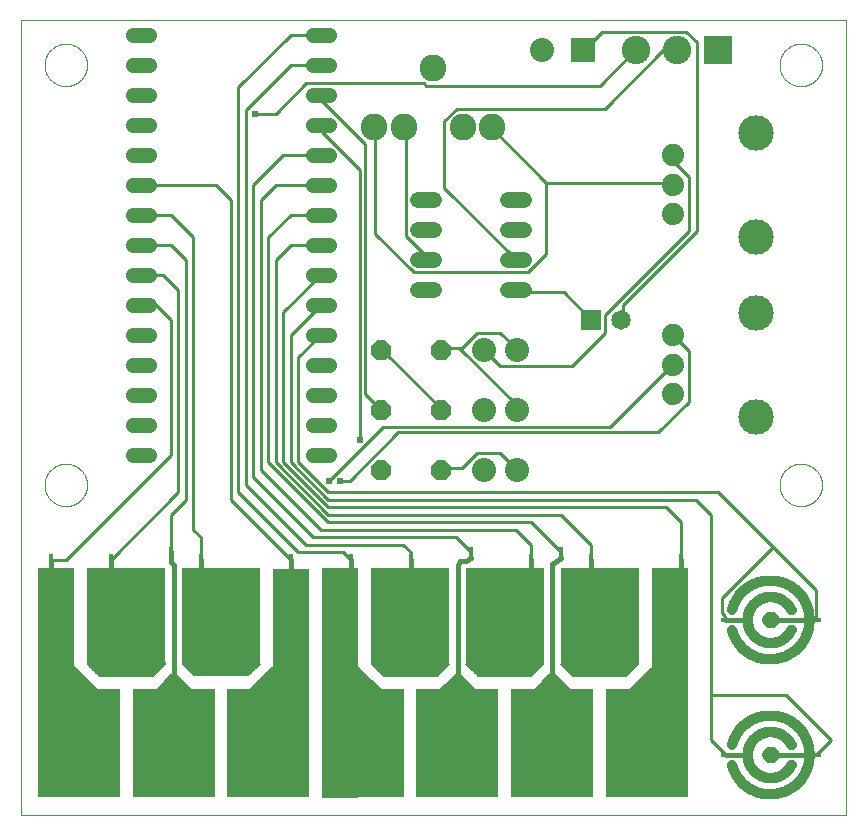
<source format=gtl>
G75*
%MOIN*%
%OFA0B0*%
%FSLAX25Y25*%
%IPPOS*%
%LPD*%
%AMOC8*
5,1,8,0,0,1.08239X$1,22.5*
%
%ADD10C,0.00100*%
%ADD11C,0.00110*%
%ADD12OC8,0.06600*%
%ADD13C,0.08900*%
%ADD14C,0.07400*%
%ADD15C,0.11811*%
%ADD16R,0.01500X0.04000*%
%ADD17R,0.01500X0.03500*%
%ADD18R,0.27300X0.36100*%
%ADD19R,0.12150X0.40700*%
%ADD20R,0.26200X0.32100*%
%ADD21R,0.25890X0.32200*%
%ADD22R,0.26150X0.32100*%
%ADD23R,0.26000X0.32100*%
%ADD24R,0.12200X0.42400*%
%ADD25R,0.12250X0.33600*%
%ADD26R,0.12200X0.43200*%
%ADD27R,0.17900X0.36100*%
%ADD28R,0.27200X0.36100*%
%ADD29R,0.27500X0.36100*%
%ADD30R,0.12300X0.44300*%
%ADD31C,0.00500*%
%ADD32C,0.01500*%
%ADD33C,0.08000*%
%ADD34C,0.00000*%
%ADD35C,0.05200*%
%ADD36R,0.06500X0.06500*%
%ADD37C,0.06500*%
%ADD38C,0.05150*%
%ADD39R,0.08000X0.08000*%
%ADD40R,0.03500X0.01500*%
%ADD41C,0.03400*%
%ADD42R,0.09500X0.09500*%
%ADD43C,0.09500*%
%ADD44C,0.01000*%
%ADD45C,0.02400*%
D10*
X0007667Y0001500D02*
X0282667Y0001500D01*
X0282667Y0266500D01*
X0007667Y0266500D01*
D11*
X0007667Y0001500D01*
D12*
X0127667Y0116500D03*
X0147667Y0116500D03*
X0147667Y0136500D03*
X0127667Y0136500D03*
X0127667Y0156500D03*
X0147667Y0156500D03*
D13*
X0155009Y0230949D03*
X0164852Y0230949D03*
X0145167Y0250634D03*
X0135324Y0230949D03*
X0125482Y0230949D03*
D14*
X0225108Y0221343D03*
X0225108Y0211500D03*
X0225108Y0201657D03*
X0225108Y0161343D03*
X0225108Y0151500D03*
X0225108Y0141657D03*
D15*
X0252667Y0134177D03*
X0252667Y0168823D03*
X0252667Y0194177D03*
X0252667Y0228823D03*
D16*
X0227667Y0086500D03*
X0197667Y0086500D03*
X0177667Y0086500D03*
X0137667Y0086500D03*
X0117667Y0086500D03*
X0097667Y0086500D03*
X0067667Y0086500D03*
X0037667Y0086500D03*
X0017667Y0086500D03*
D17*
X0057667Y0089000D03*
X0157667Y0089000D03*
X0187667Y0089000D03*
D18*
X0090117Y0025350D03*
X0058617Y0025350D03*
X0027017Y0025350D03*
D19*
X0019442Y0063450D03*
D20*
X0042767Y0067750D03*
X0137467Y0067750D03*
D21*
X0074522Y0067700D03*
D22*
X0200592Y0067750D03*
D23*
X0168967Y0067750D03*
D24*
X0097667Y0062600D03*
D25*
X0114092Y0067000D03*
D26*
X0114067Y0028900D03*
D27*
X0126517Y0025350D03*
D28*
X0153167Y0025350D03*
D29*
X0184717Y0025350D03*
X0216317Y0025350D03*
D30*
X0223917Y0061650D03*
D31*
X0218067Y0050500D02*
X0218067Y0043100D01*
X0210667Y0043100D01*
X0218067Y0050500D01*
X0218067Y0050354D02*
X0217921Y0050354D01*
X0218067Y0049856D02*
X0217422Y0049856D01*
X0216924Y0049357D02*
X0218067Y0049357D01*
X0218067Y0048859D02*
X0216425Y0048859D01*
X0215927Y0048360D02*
X0218067Y0048360D01*
X0218067Y0047862D02*
X0215428Y0047862D01*
X0214930Y0047363D02*
X0218067Y0047363D01*
X0218067Y0046865D02*
X0214431Y0046865D01*
X0213933Y0046366D02*
X0218067Y0046366D01*
X0218067Y0045868D02*
X0213434Y0045868D01*
X0212936Y0045369D02*
X0218067Y0045369D01*
X0218067Y0044870D02*
X0212437Y0044870D01*
X0211939Y0044372D02*
X0218067Y0044372D01*
X0218067Y0043873D02*
X0211440Y0043873D01*
X0210942Y0043375D02*
X0218067Y0043375D01*
X0218167Y0043000D02*
X0218067Y0042900D01*
X0208567Y0042900D01*
X0218167Y0043000D01*
X0211448Y0049856D02*
X0189760Y0049856D01*
X0189249Y0050354D02*
X0211953Y0050354D01*
X0212457Y0050853D02*
X0188738Y0050853D01*
X0188227Y0051351D02*
X0212962Y0051351D01*
X0213417Y0051800D02*
X0209367Y0047800D01*
X0191867Y0047800D01*
X0187767Y0051800D01*
X0213417Y0051800D01*
X0210943Y0049357D02*
X0190271Y0049357D01*
X0190782Y0048859D02*
X0210438Y0048859D01*
X0209934Y0048360D02*
X0191293Y0048360D01*
X0191804Y0047862D02*
X0209429Y0047862D01*
X0190567Y0043100D02*
X0178967Y0043100D01*
X0183867Y0048000D01*
X0185667Y0048000D01*
X0190567Y0043100D01*
X0190292Y0043375D02*
X0179242Y0043375D01*
X0179740Y0043873D02*
X0189793Y0043873D01*
X0189295Y0044372D02*
X0180239Y0044372D01*
X0180737Y0044870D02*
X0188796Y0044870D01*
X0188298Y0045369D02*
X0181236Y0045369D01*
X0181734Y0045868D02*
X0187799Y0045868D01*
X0187301Y0046366D02*
X0182233Y0046366D01*
X0182731Y0046865D02*
X0186802Y0046865D01*
X0186304Y0047363D02*
X0183230Y0047363D01*
X0183728Y0047862D02*
X0185805Y0047862D01*
X0181731Y0051840D02*
X0156217Y0051800D01*
X0160267Y0047800D01*
X0177667Y0047800D01*
X0181731Y0051840D01*
X0181239Y0051351D02*
X0156671Y0051351D01*
X0157176Y0050853D02*
X0180737Y0050853D01*
X0180236Y0050354D02*
X0157681Y0050354D01*
X0158185Y0049856D02*
X0179734Y0049856D01*
X0179233Y0049357D02*
X0158690Y0049357D01*
X0159195Y0048859D02*
X0178732Y0048859D01*
X0178230Y0048360D02*
X0159700Y0048360D01*
X0160204Y0047862D02*
X0177729Y0047862D01*
X0159367Y0042900D02*
X0147167Y0042900D01*
X0152567Y0048300D01*
X0153967Y0048300D01*
X0159367Y0042900D01*
X0158892Y0043375D02*
X0147642Y0043375D01*
X0148140Y0043873D02*
X0158393Y0043873D01*
X0157895Y0044372D02*
X0148639Y0044372D01*
X0149137Y0044870D02*
X0157396Y0044870D01*
X0156898Y0045369D02*
X0149636Y0045369D01*
X0150134Y0045868D02*
X0156399Y0045868D01*
X0155901Y0046366D02*
X0150633Y0046366D01*
X0151131Y0046865D02*
X0155402Y0046865D01*
X0154904Y0047363D02*
X0151630Y0047363D01*
X0152128Y0047862D02*
X0154405Y0047862D01*
X0150322Y0051800D02*
X0124612Y0051820D01*
X0128707Y0047800D01*
X0146317Y0047800D01*
X0150322Y0051800D01*
X0149872Y0051351D02*
X0125089Y0051351D01*
X0125597Y0050853D02*
X0149373Y0050853D01*
X0148874Y0050354D02*
X0126105Y0050354D01*
X0126613Y0049856D02*
X0148375Y0049856D01*
X0147876Y0049357D02*
X0127121Y0049357D01*
X0127628Y0048859D02*
X0147377Y0048859D01*
X0146877Y0048360D02*
X0128136Y0048360D01*
X0128644Y0047862D02*
X0146378Y0047862D01*
X0127567Y0043100D02*
X0119967Y0043100D01*
X0119867Y0043200D01*
X0119867Y0050800D01*
X0127567Y0043100D01*
X0127292Y0043375D02*
X0119867Y0043375D01*
X0119867Y0043873D02*
X0126793Y0043873D01*
X0126295Y0044372D02*
X0119867Y0044372D01*
X0119867Y0044870D02*
X0125796Y0044870D01*
X0125298Y0045369D02*
X0119867Y0045369D01*
X0119867Y0045868D02*
X0124799Y0045868D01*
X0124301Y0046366D02*
X0119867Y0046366D01*
X0119867Y0046865D02*
X0123802Y0046865D01*
X0123304Y0047363D02*
X0119867Y0047363D01*
X0119867Y0047862D02*
X0122805Y0047862D01*
X0122307Y0048360D02*
X0119867Y0048360D01*
X0119867Y0048859D02*
X0121808Y0048859D01*
X0121310Y0049357D02*
X0119867Y0049357D01*
X0119867Y0049856D02*
X0120811Y0049856D01*
X0120313Y0050354D02*
X0119867Y0050354D01*
X0091767Y0050354D02*
X0091421Y0050354D01*
X0091767Y0050700D02*
X0091767Y0042700D01*
X0083767Y0042700D01*
X0091767Y0050700D01*
X0091767Y0049856D02*
X0090922Y0049856D01*
X0090424Y0049357D02*
X0091767Y0049357D01*
X0091767Y0048859D02*
X0089925Y0048859D01*
X0089427Y0048360D02*
X0091767Y0048360D01*
X0091767Y0047862D02*
X0088928Y0047862D01*
X0088430Y0047363D02*
X0091767Y0047363D01*
X0091767Y0046865D02*
X0087931Y0046865D01*
X0087433Y0046366D02*
X0091767Y0046366D01*
X0091767Y0045868D02*
X0086934Y0045868D01*
X0086436Y0045369D02*
X0091767Y0045369D01*
X0091767Y0044870D02*
X0085937Y0044870D01*
X0085439Y0044372D02*
X0091767Y0044372D01*
X0091767Y0043873D02*
X0084940Y0043873D01*
X0084442Y0043375D02*
X0091767Y0043375D01*
X0091767Y0042876D02*
X0083943Y0042876D01*
X0083367Y0048000D02*
X0087237Y0051700D01*
X0061867Y0051900D01*
X0061817Y0051700D01*
X0065517Y0048000D01*
X0083367Y0048000D01*
X0083743Y0048360D02*
X0065157Y0048360D01*
X0064658Y0048859D02*
X0084265Y0048859D01*
X0084786Y0049357D02*
X0064160Y0049357D01*
X0063661Y0049856D02*
X0085308Y0049856D01*
X0085829Y0050354D02*
X0063163Y0050354D01*
X0062664Y0050853D02*
X0086350Y0050853D01*
X0086872Y0051351D02*
X0062166Y0051351D01*
X0061854Y0051850D02*
X0068254Y0051850D01*
X0061799Y0045868D02*
X0055534Y0045868D01*
X0056033Y0046366D02*
X0061301Y0046366D01*
X0060802Y0046865D02*
X0056531Y0046865D01*
X0057030Y0047363D02*
X0060304Y0047363D01*
X0059805Y0047862D02*
X0057528Y0047862D01*
X0057867Y0048200D02*
X0059467Y0048200D01*
X0064767Y0042900D01*
X0052567Y0042900D01*
X0057867Y0048200D01*
X0055036Y0045369D02*
X0062298Y0045369D01*
X0062796Y0044870D02*
X0054537Y0044870D01*
X0054039Y0044372D02*
X0063295Y0044372D01*
X0063793Y0043873D02*
X0053540Y0043873D01*
X0053042Y0043375D02*
X0064292Y0043375D01*
X0055667Y0051700D02*
X0055667Y0052400D01*
X0029967Y0052400D01*
X0029917Y0051800D01*
X0033967Y0047800D01*
X0051767Y0047800D01*
X0055667Y0051700D01*
X0055667Y0051850D02*
X0029921Y0051850D01*
X0029962Y0052348D02*
X0055667Y0052348D01*
X0055318Y0051351D02*
X0030371Y0051351D01*
X0030876Y0050853D02*
X0054819Y0050853D01*
X0054321Y0050354D02*
X0031381Y0050354D01*
X0031885Y0049856D02*
X0053822Y0049856D01*
X0053324Y0049357D02*
X0032390Y0049357D01*
X0032895Y0048859D02*
X0052825Y0048859D01*
X0052327Y0048360D02*
X0033400Y0048360D01*
X0033904Y0047862D02*
X0051828Y0047862D01*
X0033167Y0043000D02*
X0025167Y0043000D01*
X0025167Y0051000D01*
X0033167Y0043000D01*
X0032792Y0043375D02*
X0025167Y0043375D01*
X0025167Y0043873D02*
X0032293Y0043873D01*
X0031795Y0044372D02*
X0025167Y0044372D01*
X0025167Y0044870D02*
X0031296Y0044870D01*
X0030798Y0045369D02*
X0025167Y0045369D01*
X0025167Y0045868D02*
X0030299Y0045868D01*
X0029801Y0046366D02*
X0025167Y0046366D01*
X0025167Y0046865D02*
X0029302Y0046865D01*
X0028804Y0047363D02*
X0025167Y0047363D01*
X0025167Y0047862D02*
X0028305Y0047862D01*
X0027807Y0048360D02*
X0025167Y0048360D01*
X0025167Y0048859D02*
X0027308Y0048859D01*
X0026810Y0049357D02*
X0025167Y0049357D01*
X0025167Y0049856D02*
X0026311Y0049856D01*
X0025813Y0050354D02*
X0025167Y0050354D01*
X0025167Y0050853D02*
X0025314Y0050853D01*
D32*
X0017667Y0081500D02*
X0017667Y0086500D01*
X0037667Y0086500D02*
X0037667Y0081500D01*
X0057667Y0085900D02*
X0057667Y0089300D01*
X0057667Y0085900D02*
X0058667Y0084900D01*
X0058667Y0048600D01*
X0067667Y0081500D02*
X0067667Y0086500D01*
X0097667Y0086500D02*
X0097667Y0081500D01*
X0117667Y0081500D02*
X0117667Y0086500D01*
X0137667Y0086500D02*
X0137667Y0081500D01*
X0153267Y0084700D02*
X0154167Y0086200D01*
X0156167Y0086200D01*
X0157667Y0087300D01*
X0153267Y0084700D02*
X0153267Y0048500D01*
X0184767Y0048400D02*
X0184767Y0085300D01*
X0187667Y0087300D01*
X0197667Y0086500D02*
X0197667Y0081500D01*
X0177667Y0081500D02*
X0177667Y0086500D01*
X0227667Y0086500D02*
X0227667Y0081500D01*
X0242667Y0066500D02*
X0250067Y0066500D01*
X0257667Y0066500D02*
X0271867Y0066500D01*
X0271867Y0021500D02*
X0257667Y0021500D01*
X0250067Y0021500D02*
X0242667Y0021500D01*
D33*
X0173167Y0116500D03*
X0162167Y0116500D03*
X0162167Y0136500D03*
X0173167Y0136500D03*
X0173167Y0156500D03*
X0162167Y0156500D03*
X0181387Y0256500D03*
D34*
X0260580Y0251500D02*
X0260582Y0251674D01*
X0260589Y0251848D01*
X0260599Y0252021D01*
X0260614Y0252195D01*
X0260633Y0252368D01*
X0260657Y0252540D01*
X0260684Y0252712D01*
X0260716Y0252883D01*
X0260752Y0253053D01*
X0260792Y0253222D01*
X0260837Y0253390D01*
X0260885Y0253557D01*
X0260938Y0253723D01*
X0260994Y0253888D01*
X0261055Y0254051D01*
X0261119Y0254212D01*
X0261188Y0254372D01*
X0261260Y0254530D01*
X0261337Y0254686D01*
X0261417Y0254841D01*
X0261501Y0254993D01*
X0261588Y0255143D01*
X0261680Y0255292D01*
X0261774Y0255437D01*
X0261873Y0255581D01*
X0261975Y0255722D01*
X0262080Y0255860D01*
X0262189Y0255996D01*
X0262301Y0256129D01*
X0262416Y0256259D01*
X0262534Y0256387D01*
X0262656Y0256511D01*
X0262780Y0256633D01*
X0262908Y0256751D01*
X0263038Y0256866D01*
X0263171Y0256978D01*
X0263307Y0257087D01*
X0263445Y0257192D01*
X0263586Y0257294D01*
X0263730Y0257393D01*
X0263875Y0257487D01*
X0264024Y0257579D01*
X0264174Y0257666D01*
X0264326Y0257750D01*
X0264481Y0257830D01*
X0264637Y0257907D01*
X0264795Y0257979D01*
X0264955Y0258048D01*
X0265116Y0258112D01*
X0265279Y0258173D01*
X0265444Y0258229D01*
X0265610Y0258282D01*
X0265777Y0258330D01*
X0265945Y0258375D01*
X0266114Y0258415D01*
X0266284Y0258451D01*
X0266455Y0258483D01*
X0266627Y0258510D01*
X0266799Y0258534D01*
X0266972Y0258553D01*
X0267146Y0258568D01*
X0267319Y0258578D01*
X0267493Y0258585D01*
X0267667Y0258587D01*
X0267841Y0258585D01*
X0268015Y0258578D01*
X0268188Y0258568D01*
X0268362Y0258553D01*
X0268535Y0258534D01*
X0268707Y0258510D01*
X0268879Y0258483D01*
X0269050Y0258451D01*
X0269220Y0258415D01*
X0269389Y0258375D01*
X0269557Y0258330D01*
X0269724Y0258282D01*
X0269890Y0258229D01*
X0270055Y0258173D01*
X0270218Y0258112D01*
X0270379Y0258048D01*
X0270539Y0257979D01*
X0270697Y0257907D01*
X0270853Y0257830D01*
X0271008Y0257750D01*
X0271160Y0257666D01*
X0271310Y0257579D01*
X0271459Y0257487D01*
X0271604Y0257393D01*
X0271748Y0257294D01*
X0271889Y0257192D01*
X0272027Y0257087D01*
X0272163Y0256978D01*
X0272296Y0256866D01*
X0272426Y0256751D01*
X0272554Y0256633D01*
X0272678Y0256511D01*
X0272800Y0256387D01*
X0272918Y0256259D01*
X0273033Y0256129D01*
X0273145Y0255996D01*
X0273254Y0255860D01*
X0273359Y0255722D01*
X0273461Y0255581D01*
X0273560Y0255437D01*
X0273654Y0255292D01*
X0273746Y0255143D01*
X0273833Y0254993D01*
X0273917Y0254841D01*
X0273997Y0254686D01*
X0274074Y0254530D01*
X0274146Y0254372D01*
X0274215Y0254212D01*
X0274279Y0254051D01*
X0274340Y0253888D01*
X0274396Y0253723D01*
X0274449Y0253557D01*
X0274497Y0253390D01*
X0274542Y0253222D01*
X0274582Y0253053D01*
X0274618Y0252883D01*
X0274650Y0252712D01*
X0274677Y0252540D01*
X0274701Y0252368D01*
X0274720Y0252195D01*
X0274735Y0252021D01*
X0274745Y0251848D01*
X0274752Y0251674D01*
X0274754Y0251500D01*
X0274752Y0251326D01*
X0274745Y0251152D01*
X0274735Y0250979D01*
X0274720Y0250805D01*
X0274701Y0250632D01*
X0274677Y0250460D01*
X0274650Y0250288D01*
X0274618Y0250117D01*
X0274582Y0249947D01*
X0274542Y0249778D01*
X0274497Y0249610D01*
X0274449Y0249443D01*
X0274396Y0249277D01*
X0274340Y0249112D01*
X0274279Y0248949D01*
X0274215Y0248788D01*
X0274146Y0248628D01*
X0274074Y0248470D01*
X0273997Y0248314D01*
X0273917Y0248159D01*
X0273833Y0248007D01*
X0273746Y0247857D01*
X0273654Y0247708D01*
X0273560Y0247563D01*
X0273461Y0247419D01*
X0273359Y0247278D01*
X0273254Y0247140D01*
X0273145Y0247004D01*
X0273033Y0246871D01*
X0272918Y0246741D01*
X0272800Y0246613D01*
X0272678Y0246489D01*
X0272554Y0246367D01*
X0272426Y0246249D01*
X0272296Y0246134D01*
X0272163Y0246022D01*
X0272027Y0245913D01*
X0271889Y0245808D01*
X0271748Y0245706D01*
X0271604Y0245607D01*
X0271459Y0245513D01*
X0271310Y0245421D01*
X0271160Y0245334D01*
X0271008Y0245250D01*
X0270853Y0245170D01*
X0270697Y0245093D01*
X0270539Y0245021D01*
X0270379Y0244952D01*
X0270218Y0244888D01*
X0270055Y0244827D01*
X0269890Y0244771D01*
X0269724Y0244718D01*
X0269557Y0244670D01*
X0269389Y0244625D01*
X0269220Y0244585D01*
X0269050Y0244549D01*
X0268879Y0244517D01*
X0268707Y0244490D01*
X0268535Y0244466D01*
X0268362Y0244447D01*
X0268188Y0244432D01*
X0268015Y0244422D01*
X0267841Y0244415D01*
X0267667Y0244413D01*
X0267493Y0244415D01*
X0267319Y0244422D01*
X0267146Y0244432D01*
X0266972Y0244447D01*
X0266799Y0244466D01*
X0266627Y0244490D01*
X0266455Y0244517D01*
X0266284Y0244549D01*
X0266114Y0244585D01*
X0265945Y0244625D01*
X0265777Y0244670D01*
X0265610Y0244718D01*
X0265444Y0244771D01*
X0265279Y0244827D01*
X0265116Y0244888D01*
X0264955Y0244952D01*
X0264795Y0245021D01*
X0264637Y0245093D01*
X0264481Y0245170D01*
X0264326Y0245250D01*
X0264174Y0245334D01*
X0264024Y0245421D01*
X0263875Y0245513D01*
X0263730Y0245607D01*
X0263586Y0245706D01*
X0263445Y0245808D01*
X0263307Y0245913D01*
X0263171Y0246022D01*
X0263038Y0246134D01*
X0262908Y0246249D01*
X0262780Y0246367D01*
X0262656Y0246489D01*
X0262534Y0246613D01*
X0262416Y0246741D01*
X0262301Y0246871D01*
X0262189Y0247004D01*
X0262080Y0247140D01*
X0261975Y0247278D01*
X0261873Y0247419D01*
X0261774Y0247563D01*
X0261680Y0247708D01*
X0261588Y0247857D01*
X0261501Y0248007D01*
X0261417Y0248159D01*
X0261337Y0248314D01*
X0261260Y0248470D01*
X0261188Y0248628D01*
X0261119Y0248788D01*
X0261055Y0248949D01*
X0260994Y0249112D01*
X0260938Y0249277D01*
X0260885Y0249443D01*
X0260837Y0249610D01*
X0260792Y0249778D01*
X0260752Y0249947D01*
X0260716Y0250117D01*
X0260684Y0250288D01*
X0260657Y0250460D01*
X0260633Y0250632D01*
X0260614Y0250805D01*
X0260599Y0250979D01*
X0260589Y0251152D01*
X0260582Y0251326D01*
X0260580Y0251500D01*
X0260580Y0111500D02*
X0260582Y0111674D01*
X0260589Y0111848D01*
X0260599Y0112021D01*
X0260614Y0112195D01*
X0260633Y0112368D01*
X0260657Y0112540D01*
X0260684Y0112712D01*
X0260716Y0112883D01*
X0260752Y0113053D01*
X0260792Y0113222D01*
X0260837Y0113390D01*
X0260885Y0113557D01*
X0260938Y0113723D01*
X0260994Y0113888D01*
X0261055Y0114051D01*
X0261119Y0114212D01*
X0261188Y0114372D01*
X0261260Y0114530D01*
X0261337Y0114686D01*
X0261417Y0114841D01*
X0261501Y0114993D01*
X0261588Y0115143D01*
X0261680Y0115292D01*
X0261774Y0115437D01*
X0261873Y0115581D01*
X0261975Y0115722D01*
X0262080Y0115860D01*
X0262189Y0115996D01*
X0262301Y0116129D01*
X0262416Y0116259D01*
X0262534Y0116387D01*
X0262656Y0116511D01*
X0262780Y0116633D01*
X0262908Y0116751D01*
X0263038Y0116866D01*
X0263171Y0116978D01*
X0263307Y0117087D01*
X0263445Y0117192D01*
X0263586Y0117294D01*
X0263730Y0117393D01*
X0263875Y0117487D01*
X0264024Y0117579D01*
X0264174Y0117666D01*
X0264326Y0117750D01*
X0264481Y0117830D01*
X0264637Y0117907D01*
X0264795Y0117979D01*
X0264955Y0118048D01*
X0265116Y0118112D01*
X0265279Y0118173D01*
X0265444Y0118229D01*
X0265610Y0118282D01*
X0265777Y0118330D01*
X0265945Y0118375D01*
X0266114Y0118415D01*
X0266284Y0118451D01*
X0266455Y0118483D01*
X0266627Y0118510D01*
X0266799Y0118534D01*
X0266972Y0118553D01*
X0267146Y0118568D01*
X0267319Y0118578D01*
X0267493Y0118585D01*
X0267667Y0118587D01*
X0267841Y0118585D01*
X0268015Y0118578D01*
X0268188Y0118568D01*
X0268362Y0118553D01*
X0268535Y0118534D01*
X0268707Y0118510D01*
X0268879Y0118483D01*
X0269050Y0118451D01*
X0269220Y0118415D01*
X0269389Y0118375D01*
X0269557Y0118330D01*
X0269724Y0118282D01*
X0269890Y0118229D01*
X0270055Y0118173D01*
X0270218Y0118112D01*
X0270379Y0118048D01*
X0270539Y0117979D01*
X0270697Y0117907D01*
X0270853Y0117830D01*
X0271008Y0117750D01*
X0271160Y0117666D01*
X0271310Y0117579D01*
X0271459Y0117487D01*
X0271604Y0117393D01*
X0271748Y0117294D01*
X0271889Y0117192D01*
X0272027Y0117087D01*
X0272163Y0116978D01*
X0272296Y0116866D01*
X0272426Y0116751D01*
X0272554Y0116633D01*
X0272678Y0116511D01*
X0272800Y0116387D01*
X0272918Y0116259D01*
X0273033Y0116129D01*
X0273145Y0115996D01*
X0273254Y0115860D01*
X0273359Y0115722D01*
X0273461Y0115581D01*
X0273560Y0115437D01*
X0273654Y0115292D01*
X0273746Y0115143D01*
X0273833Y0114993D01*
X0273917Y0114841D01*
X0273997Y0114686D01*
X0274074Y0114530D01*
X0274146Y0114372D01*
X0274215Y0114212D01*
X0274279Y0114051D01*
X0274340Y0113888D01*
X0274396Y0113723D01*
X0274449Y0113557D01*
X0274497Y0113390D01*
X0274542Y0113222D01*
X0274582Y0113053D01*
X0274618Y0112883D01*
X0274650Y0112712D01*
X0274677Y0112540D01*
X0274701Y0112368D01*
X0274720Y0112195D01*
X0274735Y0112021D01*
X0274745Y0111848D01*
X0274752Y0111674D01*
X0274754Y0111500D01*
X0274752Y0111326D01*
X0274745Y0111152D01*
X0274735Y0110979D01*
X0274720Y0110805D01*
X0274701Y0110632D01*
X0274677Y0110460D01*
X0274650Y0110288D01*
X0274618Y0110117D01*
X0274582Y0109947D01*
X0274542Y0109778D01*
X0274497Y0109610D01*
X0274449Y0109443D01*
X0274396Y0109277D01*
X0274340Y0109112D01*
X0274279Y0108949D01*
X0274215Y0108788D01*
X0274146Y0108628D01*
X0274074Y0108470D01*
X0273997Y0108314D01*
X0273917Y0108159D01*
X0273833Y0108007D01*
X0273746Y0107857D01*
X0273654Y0107708D01*
X0273560Y0107563D01*
X0273461Y0107419D01*
X0273359Y0107278D01*
X0273254Y0107140D01*
X0273145Y0107004D01*
X0273033Y0106871D01*
X0272918Y0106741D01*
X0272800Y0106613D01*
X0272678Y0106489D01*
X0272554Y0106367D01*
X0272426Y0106249D01*
X0272296Y0106134D01*
X0272163Y0106022D01*
X0272027Y0105913D01*
X0271889Y0105808D01*
X0271748Y0105706D01*
X0271604Y0105607D01*
X0271459Y0105513D01*
X0271310Y0105421D01*
X0271160Y0105334D01*
X0271008Y0105250D01*
X0270853Y0105170D01*
X0270697Y0105093D01*
X0270539Y0105021D01*
X0270379Y0104952D01*
X0270218Y0104888D01*
X0270055Y0104827D01*
X0269890Y0104771D01*
X0269724Y0104718D01*
X0269557Y0104670D01*
X0269389Y0104625D01*
X0269220Y0104585D01*
X0269050Y0104549D01*
X0268879Y0104517D01*
X0268707Y0104490D01*
X0268535Y0104466D01*
X0268362Y0104447D01*
X0268188Y0104432D01*
X0268015Y0104422D01*
X0267841Y0104415D01*
X0267667Y0104413D01*
X0267493Y0104415D01*
X0267319Y0104422D01*
X0267146Y0104432D01*
X0266972Y0104447D01*
X0266799Y0104466D01*
X0266627Y0104490D01*
X0266455Y0104517D01*
X0266284Y0104549D01*
X0266114Y0104585D01*
X0265945Y0104625D01*
X0265777Y0104670D01*
X0265610Y0104718D01*
X0265444Y0104771D01*
X0265279Y0104827D01*
X0265116Y0104888D01*
X0264955Y0104952D01*
X0264795Y0105021D01*
X0264637Y0105093D01*
X0264481Y0105170D01*
X0264326Y0105250D01*
X0264174Y0105334D01*
X0264024Y0105421D01*
X0263875Y0105513D01*
X0263730Y0105607D01*
X0263586Y0105706D01*
X0263445Y0105808D01*
X0263307Y0105913D01*
X0263171Y0106022D01*
X0263038Y0106134D01*
X0262908Y0106249D01*
X0262780Y0106367D01*
X0262656Y0106489D01*
X0262534Y0106613D01*
X0262416Y0106741D01*
X0262301Y0106871D01*
X0262189Y0107004D01*
X0262080Y0107140D01*
X0261975Y0107278D01*
X0261873Y0107419D01*
X0261774Y0107563D01*
X0261680Y0107708D01*
X0261588Y0107857D01*
X0261501Y0108007D01*
X0261417Y0108159D01*
X0261337Y0108314D01*
X0261260Y0108470D01*
X0261188Y0108628D01*
X0261119Y0108788D01*
X0261055Y0108949D01*
X0260994Y0109112D01*
X0260938Y0109277D01*
X0260885Y0109443D01*
X0260837Y0109610D01*
X0260792Y0109778D01*
X0260752Y0109947D01*
X0260716Y0110117D01*
X0260684Y0110288D01*
X0260657Y0110460D01*
X0260633Y0110632D01*
X0260614Y0110805D01*
X0260599Y0110979D01*
X0260589Y0111152D01*
X0260582Y0111326D01*
X0260580Y0111500D01*
X0015580Y0111500D02*
X0015582Y0111674D01*
X0015589Y0111848D01*
X0015599Y0112021D01*
X0015614Y0112195D01*
X0015633Y0112368D01*
X0015657Y0112540D01*
X0015684Y0112712D01*
X0015716Y0112883D01*
X0015752Y0113053D01*
X0015792Y0113222D01*
X0015837Y0113390D01*
X0015885Y0113557D01*
X0015938Y0113723D01*
X0015994Y0113888D01*
X0016055Y0114051D01*
X0016119Y0114212D01*
X0016188Y0114372D01*
X0016260Y0114530D01*
X0016337Y0114686D01*
X0016417Y0114841D01*
X0016501Y0114993D01*
X0016588Y0115143D01*
X0016680Y0115292D01*
X0016774Y0115437D01*
X0016873Y0115581D01*
X0016975Y0115722D01*
X0017080Y0115860D01*
X0017189Y0115996D01*
X0017301Y0116129D01*
X0017416Y0116259D01*
X0017534Y0116387D01*
X0017656Y0116511D01*
X0017780Y0116633D01*
X0017908Y0116751D01*
X0018038Y0116866D01*
X0018171Y0116978D01*
X0018307Y0117087D01*
X0018445Y0117192D01*
X0018586Y0117294D01*
X0018730Y0117393D01*
X0018875Y0117487D01*
X0019024Y0117579D01*
X0019174Y0117666D01*
X0019326Y0117750D01*
X0019481Y0117830D01*
X0019637Y0117907D01*
X0019795Y0117979D01*
X0019955Y0118048D01*
X0020116Y0118112D01*
X0020279Y0118173D01*
X0020444Y0118229D01*
X0020610Y0118282D01*
X0020777Y0118330D01*
X0020945Y0118375D01*
X0021114Y0118415D01*
X0021284Y0118451D01*
X0021455Y0118483D01*
X0021627Y0118510D01*
X0021799Y0118534D01*
X0021972Y0118553D01*
X0022146Y0118568D01*
X0022319Y0118578D01*
X0022493Y0118585D01*
X0022667Y0118587D01*
X0022841Y0118585D01*
X0023015Y0118578D01*
X0023188Y0118568D01*
X0023362Y0118553D01*
X0023535Y0118534D01*
X0023707Y0118510D01*
X0023879Y0118483D01*
X0024050Y0118451D01*
X0024220Y0118415D01*
X0024389Y0118375D01*
X0024557Y0118330D01*
X0024724Y0118282D01*
X0024890Y0118229D01*
X0025055Y0118173D01*
X0025218Y0118112D01*
X0025379Y0118048D01*
X0025539Y0117979D01*
X0025697Y0117907D01*
X0025853Y0117830D01*
X0026008Y0117750D01*
X0026160Y0117666D01*
X0026310Y0117579D01*
X0026459Y0117487D01*
X0026604Y0117393D01*
X0026748Y0117294D01*
X0026889Y0117192D01*
X0027027Y0117087D01*
X0027163Y0116978D01*
X0027296Y0116866D01*
X0027426Y0116751D01*
X0027554Y0116633D01*
X0027678Y0116511D01*
X0027800Y0116387D01*
X0027918Y0116259D01*
X0028033Y0116129D01*
X0028145Y0115996D01*
X0028254Y0115860D01*
X0028359Y0115722D01*
X0028461Y0115581D01*
X0028560Y0115437D01*
X0028654Y0115292D01*
X0028746Y0115143D01*
X0028833Y0114993D01*
X0028917Y0114841D01*
X0028997Y0114686D01*
X0029074Y0114530D01*
X0029146Y0114372D01*
X0029215Y0114212D01*
X0029279Y0114051D01*
X0029340Y0113888D01*
X0029396Y0113723D01*
X0029449Y0113557D01*
X0029497Y0113390D01*
X0029542Y0113222D01*
X0029582Y0113053D01*
X0029618Y0112883D01*
X0029650Y0112712D01*
X0029677Y0112540D01*
X0029701Y0112368D01*
X0029720Y0112195D01*
X0029735Y0112021D01*
X0029745Y0111848D01*
X0029752Y0111674D01*
X0029754Y0111500D01*
X0029752Y0111326D01*
X0029745Y0111152D01*
X0029735Y0110979D01*
X0029720Y0110805D01*
X0029701Y0110632D01*
X0029677Y0110460D01*
X0029650Y0110288D01*
X0029618Y0110117D01*
X0029582Y0109947D01*
X0029542Y0109778D01*
X0029497Y0109610D01*
X0029449Y0109443D01*
X0029396Y0109277D01*
X0029340Y0109112D01*
X0029279Y0108949D01*
X0029215Y0108788D01*
X0029146Y0108628D01*
X0029074Y0108470D01*
X0028997Y0108314D01*
X0028917Y0108159D01*
X0028833Y0108007D01*
X0028746Y0107857D01*
X0028654Y0107708D01*
X0028560Y0107563D01*
X0028461Y0107419D01*
X0028359Y0107278D01*
X0028254Y0107140D01*
X0028145Y0107004D01*
X0028033Y0106871D01*
X0027918Y0106741D01*
X0027800Y0106613D01*
X0027678Y0106489D01*
X0027554Y0106367D01*
X0027426Y0106249D01*
X0027296Y0106134D01*
X0027163Y0106022D01*
X0027027Y0105913D01*
X0026889Y0105808D01*
X0026748Y0105706D01*
X0026604Y0105607D01*
X0026459Y0105513D01*
X0026310Y0105421D01*
X0026160Y0105334D01*
X0026008Y0105250D01*
X0025853Y0105170D01*
X0025697Y0105093D01*
X0025539Y0105021D01*
X0025379Y0104952D01*
X0025218Y0104888D01*
X0025055Y0104827D01*
X0024890Y0104771D01*
X0024724Y0104718D01*
X0024557Y0104670D01*
X0024389Y0104625D01*
X0024220Y0104585D01*
X0024050Y0104549D01*
X0023879Y0104517D01*
X0023707Y0104490D01*
X0023535Y0104466D01*
X0023362Y0104447D01*
X0023188Y0104432D01*
X0023015Y0104422D01*
X0022841Y0104415D01*
X0022667Y0104413D01*
X0022493Y0104415D01*
X0022319Y0104422D01*
X0022146Y0104432D01*
X0021972Y0104447D01*
X0021799Y0104466D01*
X0021627Y0104490D01*
X0021455Y0104517D01*
X0021284Y0104549D01*
X0021114Y0104585D01*
X0020945Y0104625D01*
X0020777Y0104670D01*
X0020610Y0104718D01*
X0020444Y0104771D01*
X0020279Y0104827D01*
X0020116Y0104888D01*
X0019955Y0104952D01*
X0019795Y0105021D01*
X0019637Y0105093D01*
X0019481Y0105170D01*
X0019326Y0105250D01*
X0019174Y0105334D01*
X0019024Y0105421D01*
X0018875Y0105513D01*
X0018730Y0105607D01*
X0018586Y0105706D01*
X0018445Y0105808D01*
X0018307Y0105913D01*
X0018171Y0106022D01*
X0018038Y0106134D01*
X0017908Y0106249D01*
X0017780Y0106367D01*
X0017656Y0106489D01*
X0017534Y0106613D01*
X0017416Y0106741D01*
X0017301Y0106871D01*
X0017189Y0107004D01*
X0017080Y0107140D01*
X0016975Y0107278D01*
X0016873Y0107419D01*
X0016774Y0107563D01*
X0016680Y0107708D01*
X0016588Y0107857D01*
X0016501Y0108007D01*
X0016417Y0108159D01*
X0016337Y0108314D01*
X0016260Y0108470D01*
X0016188Y0108628D01*
X0016119Y0108788D01*
X0016055Y0108949D01*
X0015994Y0109112D01*
X0015938Y0109277D01*
X0015885Y0109443D01*
X0015837Y0109610D01*
X0015792Y0109778D01*
X0015752Y0109947D01*
X0015716Y0110117D01*
X0015684Y0110288D01*
X0015657Y0110460D01*
X0015633Y0110632D01*
X0015614Y0110805D01*
X0015599Y0110979D01*
X0015589Y0111152D01*
X0015582Y0111326D01*
X0015580Y0111500D01*
X0015580Y0251500D02*
X0015582Y0251674D01*
X0015589Y0251848D01*
X0015599Y0252021D01*
X0015614Y0252195D01*
X0015633Y0252368D01*
X0015657Y0252540D01*
X0015684Y0252712D01*
X0015716Y0252883D01*
X0015752Y0253053D01*
X0015792Y0253222D01*
X0015837Y0253390D01*
X0015885Y0253557D01*
X0015938Y0253723D01*
X0015994Y0253888D01*
X0016055Y0254051D01*
X0016119Y0254212D01*
X0016188Y0254372D01*
X0016260Y0254530D01*
X0016337Y0254686D01*
X0016417Y0254841D01*
X0016501Y0254993D01*
X0016588Y0255143D01*
X0016680Y0255292D01*
X0016774Y0255437D01*
X0016873Y0255581D01*
X0016975Y0255722D01*
X0017080Y0255860D01*
X0017189Y0255996D01*
X0017301Y0256129D01*
X0017416Y0256259D01*
X0017534Y0256387D01*
X0017656Y0256511D01*
X0017780Y0256633D01*
X0017908Y0256751D01*
X0018038Y0256866D01*
X0018171Y0256978D01*
X0018307Y0257087D01*
X0018445Y0257192D01*
X0018586Y0257294D01*
X0018730Y0257393D01*
X0018875Y0257487D01*
X0019024Y0257579D01*
X0019174Y0257666D01*
X0019326Y0257750D01*
X0019481Y0257830D01*
X0019637Y0257907D01*
X0019795Y0257979D01*
X0019955Y0258048D01*
X0020116Y0258112D01*
X0020279Y0258173D01*
X0020444Y0258229D01*
X0020610Y0258282D01*
X0020777Y0258330D01*
X0020945Y0258375D01*
X0021114Y0258415D01*
X0021284Y0258451D01*
X0021455Y0258483D01*
X0021627Y0258510D01*
X0021799Y0258534D01*
X0021972Y0258553D01*
X0022146Y0258568D01*
X0022319Y0258578D01*
X0022493Y0258585D01*
X0022667Y0258587D01*
X0022841Y0258585D01*
X0023015Y0258578D01*
X0023188Y0258568D01*
X0023362Y0258553D01*
X0023535Y0258534D01*
X0023707Y0258510D01*
X0023879Y0258483D01*
X0024050Y0258451D01*
X0024220Y0258415D01*
X0024389Y0258375D01*
X0024557Y0258330D01*
X0024724Y0258282D01*
X0024890Y0258229D01*
X0025055Y0258173D01*
X0025218Y0258112D01*
X0025379Y0258048D01*
X0025539Y0257979D01*
X0025697Y0257907D01*
X0025853Y0257830D01*
X0026008Y0257750D01*
X0026160Y0257666D01*
X0026310Y0257579D01*
X0026459Y0257487D01*
X0026604Y0257393D01*
X0026748Y0257294D01*
X0026889Y0257192D01*
X0027027Y0257087D01*
X0027163Y0256978D01*
X0027296Y0256866D01*
X0027426Y0256751D01*
X0027554Y0256633D01*
X0027678Y0256511D01*
X0027800Y0256387D01*
X0027918Y0256259D01*
X0028033Y0256129D01*
X0028145Y0255996D01*
X0028254Y0255860D01*
X0028359Y0255722D01*
X0028461Y0255581D01*
X0028560Y0255437D01*
X0028654Y0255292D01*
X0028746Y0255143D01*
X0028833Y0254993D01*
X0028917Y0254841D01*
X0028997Y0254686D01*
X0029074Y0254530D01*
X0029146Y0254372D01*
X0029215Y0254212D01*
X0029279Y0254051D01*
X0029340Y0253888D01*
X0029396Y0253723D01*
X0029449Y0253557D01*
X0029497Y0253390D01*
X0029542Y0253222D01*
X0029582Y0253053D01*
X0029618Y0252883D01*
X0029650Y0252712D01*
X0029677Y0252540D01*
X0029701Y0252368D01*
X0029720Y0252195D01*
X0029735Y0252021D01*
X0029745Y0251848D01*
X0029752Y0251674D01*
X0029754Y0251500D01*
X0029752Y0251326D01*
X0029745Y0251152D01*
X0029735Y0250979D01*
X0029720Y0250805D01*
X0029701Y0250632D01*
X0029677Y0250460D01*
X0029650Y0250288D01*
X0029618Y0250117D01*
X0029582Y0249947D01*
X0029542Y0249778D01*
X0029497Y0249610D01*
X0029449Y0249443D01*
X0029396Y0249277D01*
X0029340Y0249112D01*
X0029279Y0248949D01*
X0029215Y0248788D01*
X0029146Y0248628D01*
X0029074Y0248470D01*
X0028997Y0248314D01*
X0028917Y0248159D01*
X0028833Y0248007D01*
X0028746Y0247857D01*
X0028654Y0247708D01*
X0028560Y0247563D01*
X0028461Y0247419D01*
X0028359Y0247278D01*
X0028254Y0247140D01*
X0028145Y0247004D01*
X0028033Y0246871D01*
X0027918Y0246741D01*
X0027800Y0246613D01*
X0027678Y0246489D01*
X0027554Y0246367D01*
X0027426Y0246249D01*
X0027296Y0246134D01*
X0027163Y0246022D01*
X0027027Y0245913D01*
X0026889Y0245808D01*
X0026748Y0245706D01*
X0026604Y0245607D01*
X0026459Y0245513D01*
X0026310Y0245421D01*
X0026160Y0245334D01*
X0026008Y0245250D01*
X0025853Y0245170D01*
X0025697Y0245093D01*
X0025539Y0245021D01*
X0025379Y0244952D01*
X0025218Y0244888D01*
X0025055Y0244827D01*
X0024890Y0244771D01*
X0024724Y0244718D01*
X0024557Y0244670D01*
X0024389Y0244625D01*
X0024220Y0244585D01*
X0024050Y0244549D01*
X0023879Y0244517D01*
X0023707Y0244490D01*
X0023535Y0244466D01*
X0023362Y0244447D01*
X0023188Y0244432D01*
X0023015Y0244422D01*
X0022841Y0244415D01*
X0022667Y0244413D01*
X0022493Y0244415D01*
X0022319Y0244422D01*
X0022146Y0244432D01*
X0021972Y0244447D01*
X0021799Y0244466D01*
X0021627Y0244490D01*
X0021455Y0244517D01*
X0021284Y0244549D01*
X0021114Y0244585D01*
X0020945Y0244625D01*
X0020777Y0244670D01*
X0020610Y0244718D01*
X0020444Y0244771D01*
X0020279Y0244827D01*
X0020116Y0244888D01*
X0019955Y0244952D01*
X0019795Y0245021D01*
X0019637Y0245093D01*
X0019481Y0245170D01*
X0019326Y0245250D01*
X0019174Y0245334D01*
X0019024Y0245421D01*
X0018875Y0245513D01*
X0018730Y0245607D01*
X0018586Y0245706D01*
X0018445Y0245808D01*
X0018307Y0245913D01*
X0018171Y0246022D01*
X0018038Y0246134D01*
X0017908Y0246249D01*
X0017780Y0246367D01*
X0017656Y0246489D01*
X0017534Y0246613D01*
X0017416Y0246741D01*
X0017301Y0246871D01*
X0017189Y0247004D01*
X0017080Y0247140D01*
X0016975Y0247278D01*
X0016873Y0247419D01*
X0016774Y0247563D01*
X0016680Y0247708D01*
X0016588Y0247857D01*
X0016501Y0248007D01*
X0016417Y0248159D01*
X0016337Y0248314D01*
X0016260Y0248470D01*
X0016188Y0248628D01*
X0016119Y0248788D01*
X0016055Y0248949D01*
X0015994Y0249112D01*
X0015938Y0249277D01*
X0015885Y0249443D01*
X0015837Y0249610D01*
X0015792Y0249778D01*
X0015752Y0249947D01*
X0015716Y0250117D01*
X0015684Y0250288D01*
X0015657Y0250460D01*
X0015633Y0250632D01*
X0015614Y0250805D01*
X0015599Y0250979D01*
X0015589Y0251152D01*
X0015582Y0251326D01*
X0015580Y0251500D01*
D35*
X0140067Y0206500D02*
X0145267Y0206500D01*
X0145267Y0196500D02*
X0140067Y0196500D01*
X0140067Y0186500D02*
X0145267Y0186500D01*
X0145267Y0176500D02*
X0140067Y0176500D01*
X0170067Y0176500D02*
X0175267Y0176500D01*
X0175267Y0186500D02*
X0170067Y0186500D01*
X0170067Y0196500D02*
X0175267Y0196500D01*
X0175267Y0206500D02*
X0170067Y0206500D01*
D36*
X0197667Y0166500D03*
D37*
X0207667Y0166500D03*
D38*
X0110241Y0161500D02*
X0105092Y0161500D01*
X0105092Y0171500D02*
X0110241Y0171500D01*
X0110241Y0181500D02*
X0105092Y0181500D01*
X0105092Y0191500D02*
X0110241Y0191500D01*
X0110241Y0201500D02*
X0105092Y0201500D01*
X0105092Y0211500D02*
X0110241Y0211500D01*
X0110241Y0221500D02*
X0105092Y0221500D01*
X0105092Y0231500D02*
X0110241Y0231500D01*
X0110241Y0241500D02*
X0105092Y0241500D01*
X0105092Y0251500D02*
X0110241Y0251500D01*
X0110241Y0261500D02*
X0105092Y0261500D01*
X0050241Y0261500D02*
X0045092Y0261500D01*
X0045092Y0251500D02*
X0050241Y0251500D01*
X0050241Y0241500D02*
X0045092Y0241500D01*
X0045092Y0231500D02*
X0050241Y0231500D01*
X0050241Y0221500D02*
X0045092Y0221500D01*
X0045092Y0211500D02*
X0050241Y0211500D01*
X0050241Y0201500D02*
X0045092Y0201500D01*
X0045092Y0191500D02*
X0050241Y0191500D01*
X0050241Y0181500D02*
X0045092Y0181500D01*
X0045092Y0171500D02*
X0050241Y0171500D01*
X0050241Y0161500D02*
X0045092Y0161500D01*
X0045092Y0151500D02*
X0050241Y0151500D01*
X0050241Y0141500D02*
X0045092Y0141500D01*
X0045092Y0131500D02*
X0050241Y0131500D01*
X0050241Y0121500D02*
X0045092Y0121500D01*
X0105092Y0121500D02*
X0110241Y0121500D01*
X0110241Y0131500D02*
X0105092Y0131500D01*
X0105092Y0141500D02*
X0110241Y0141500D01*
X0110241Y0151500D02*
X0105092Y0151500D01*
D39*
X0195167Y0256500D03*
D40*
X0242667Y0066500D03*
X0272667Y0066500D03*
X0272667Y0021500D03*
X0242667Y0021500D03*
D41*
X0244767Y0018100D02*
X0244854Y0017790D01*
X0244948Y0017482D01*
X0245051Y0017177D01*
X0245160Y0016874D01*
X0245277Y0016574D01*
X0245402Y0016277D01*
X0245533Y0015983D01*
X0245672Y0015693D01*
X0245818Y0015406D01*
X0245971Y0015123D01*
X0246131Y0014843D01*
X0246297Y0014567D01*
X0246470Y0014296D01*
X0246650Y0014029D01*
X0246837Y0013766D01*
X0247029Y0013509D01*
X0247228Y0013255D01*
X0247433Y0013007D01*
X0247644Y0012764D01*
X0247862Y0012526D01*
X0248084Y0012294D01*
X0248313Y0012067D01*
X0248547Y0011846D01*
X0248786Y0011630D01*
X0249030Y0011421D01*
X0249280Y0011217D01*
X0249534Y0011020D01*
X0249794Y0010829D01*
X0250057Y0010645D01*
X0250326Y0010466D01*
X0250598Y0010295D01*
X0250875Y0010130D01*
X0251155Y0009972D01*
X0251440Y0009822D01*
X0251728Y0009678D01*
X0252019Y0009541D01*
X0252314Y0009411D01*
X0252612Y0009289D01*
X0252912Y0009174D01*
X0253216Y0009066D01*
X0253522Y0008966D01*
X0253830Y0008873D01*
X0254141Y0008788D01*
X0254453Y0008711D01*
X0254768Y0008641D01*
X0255084Y0008579D01*
X0255401Y0008525D01*
X0255720Y0008478D01*
X0256039Y0008440D01*
X0256360Y0008409D01*
X0256681Y0008386D01*
X0257002Y0008371D01*
X0257324Y0008364D01*
X0257646Y0008364D01*
X0257968Y0008373D01*
X0258290Y0008389D01*
X0258611Y0008414D01*
X0258931Y0008446D01*
X0259250Y0008486D01*
X0259569Y0008534D01*
X0259886Y0008590D01*
X0260202Y0008653D01*
X0260516Y0008724D01*
X0260828Y0008803D01*
X0261138Y0008890D01*
X0261446Y0008984D01*
X0261751Y0009085D01*
X0262054Y0009194D01*
X0262355Y0009310D01*
X0262652Y0009434D01*
X0262946Y0009565D01*
X0263237Y0009703D01*
X0263524Y0009848D01*
X0263808Y0010001D01*
X0264088Y0010160D01*
X0264364Y0010326D01*
X0264635Y0010498D01*
X0264903Y0010678D01*
X0265166Y0010863D01*
X0265424Y0011055D01*
X0265678Y0011254D01*
X0265926Y0011458D01*
X0266170Y0011669D01*
X0266408Y0011886D01*
X0266641Y0012108D01*
X0266869Y0012336D01*
X0267090Y0012569D01*
X0267306Y0012808D01*
X0267516Y0013052D01*
X0267720Y0013301D01*
X0267918Y0013555D01*
X0268110Y0013814D01*
X0268295Y0014077D01*
X0268474Y0014345D01*
X0268646Y0014617D01*
X0268811Y0014894D01*
X0268969Y0015174D01*
X0269121Y0015458D01*
X0269266Y0015746D01*
X0269403Y0016037D01*
X0269533Y0016331D01*
X0269656Y0016629D01*
X0269772Y0016929D01*
X0269880Y0017232D01*
X0269981Y0017538D01*
X0270075Y0017846D01*
X0270160Y0018156D01*
X0270239Y0018469D01*
X0270309Y0018783D01*
X0270372Y0019099D01*
X0270427Y0019416D01*
X0270474Y0019735D01*
X0270513Y0020054D01*
X0270545Y0020374D01*
X0270568Y0020696D01*
X0270584Y0021017D01*
X0270592Y0021339D01*
X0270592Y0021661D01*
X0270584Y0021983D01*
X0270568Y0022304D01*
X0270545Y0022626D01*
X0270513Y0022946D01*
X0270474Y0023265D01*
X0270427Y0023584D01*
X0270372Y0023901D01*
X0270309Y0024217D01*
X0270239Y0024531D01*
X0270160Y0024844D01*
X0270075Y0025154D01*
X0269981Y0025462D01*
X0269880Y0025768D01*
X0269772Y0026071D01*
X0269656Y0026371D01*
X0269533Y0026669D01*
X0269403Y0026963D01*
X0269266Y0027254D01*
X0269121Y0027542D01*
X0268969Y0027826D01*
X0268811Y0028106D01*
X0268646Y0028383D01*
X0268474Y0028655D01*
X0268295Y0028923D01*
X0268110Y0029186D01*
X0267918Y0029445D01*
X0267720Y0029699D01*
X0267516Y0029948D01*
X0267306Y0030192D01*
X0267090Y0030431D01*
X0266869Y0030664D01*
X0266641Y0030892D01*
X0266408Y0031114D01*
X0266170Y0031331D01*
X0265926Y0031542D01*
X0265678Y0031746D01*
X0265424Y0031945D01*
X0265166Y0032137D01*
X0264903Y0032322D01*
X0264635Y0032502D01*
X0264364Y0032674D01*
X0264088Y0032840D01*
X0263808Y0032999D01*
X0263524Y0033152D01*
X0263237Y0033297D01*
X0262946Y0033435D01*
X0262652Y0033566D01*
X0262355Y0033690D01*
X0262054Y0033806D01*
X0261751Y0033915D01*
X0261446Y0034016D01*
X0261138Y0034110D01*
X0260828Y0034197D01*
X0260516Y0034276D01*
X0260202Y0034347D01*
X0259886Y0034410D01*
X0259569Y0034466D01*
X0259250Y0034514D01*
X0258931Y0034554D01*
X0258611Y0034586D01*
X0258290Y0034611D01*
X0257968Y0034627D01*
X0257646Y0034636D01*
X0257324Y0034636D01*
X0257002Y0034629D01*
X0256681Y0034614D01*
X0256360Y0034591D01*
X0256039Y0034560D01*
X0255720Y0034522D01*
X0255401Y0034475D01*
X0255084Y0034421D01*
X0254768Y0034359D01*
X0254453Y0034289D01*
X0254141Y0034212D01*
X0253830Y0034127D01*
X0253522Y0034034D01*
X0253216Y0033934D01*
X0252912Y0033826D01*
X0252612Y0033711D01*
X0252314Y0033589D01*
X0252019Y0033459D01*
X0251728Y0033322D01*
X0251440Y0033178D01*
X0251155Y0033028D01*
X0250875Y0032870D01*
X0250598Y0032705D01*
X0250326Y0032534D01*
X0250057Y0032355D01*
X0249794Y0032171D01*
X0249534Y0031980D01*
X0249280Y0031783D01*
X0249030Y0031579D01*
X0248786Y0031370D01*
X0248547Y0031154D01*
X0248313Y0030933D01*
X0248084Y0030706D01*
X0247862Y0030474D01*
X0247644Y0030236D01*
X0247433Y0029993D01*
X0247228Y0029745D01*
X0247029Y0029491D01*
X0246837Y0029234D01*
X0246650Y0028971D01*
X0246470Y0028704D01*
X0246297Y0028433D01*
X0246131Y0028157D01*
X0245971Y0027877D01*
X0245818Y0027594D01*
X0245672Y0027307D01*
X0245533Y0027017D01*
X0245402Y0026723D01*
X0245277Y0026426D01*
X0245160Y0026126D01*
X0245051Y0025823D01*
X0244948Y0025518D01*
X0244854Y0025210D01*
X0244767Y0024900D01*
X0264567Y0024700D02*
X0264485Y0024869D01*
X0264399Y0025036D01*
X0264310Y0025201D01*
X0264216Y0025364D01*
X0264118Y0025524D01*
X0264016Y0025682D01*
X0263911Y0025837D01*
X0263802Y0025990D01*
X0263689Y0026140D01*
X0263572Y0026287D01*
X0263452Y0026431D01*
X0263328Y0026572D01*
X0263201Y0026711D01*
X0263071Y0026846D01*
X0262937Y0026978D01*
X0262800Y0027106D01*
X0262661Y0027231D01*
X0262518Y0027353D01*
X0262372Y0027471D01*
X0262223Y0027586D01*
X0262071Y0027696D01*
X0261917Y0027804D01*
X0261760Y0027907D01*
X0261601Y0028006D01*
X0261440Y0028102D01*
X0261276Y0028193D01*
X0261110Y0028281D01*
X0260941Y0028364D01*
X0260771Y0028444D01*
X0260599Y0028519D01*
X0260425Y0028590D01*
X0260250Y0028656D01*
X0260073Y0028718D01*
X0259894Y0028776D01*
X0259714Y0028830D01*
X0259533Y0028879D01*
X0259350Y0028924D01*
X0259167Y0028964D01*
X0258983Y0028999D01*
X0258798Y0029031D01*
X0258612Y0029057D01*
X0258425Y0029079D01*
X0258238Y0029097D01*
X0258051Y0029110D01*
X0257863Y0029118D01*
X0257676Y0029122D01*
X0257488Y0029121D01*
X0257300Y0029115D01*
X0257113Y0029105D01*
X0256926Y0029091D01*
X0256739Y0029072D01*
X0256553Y0029048D01*
X0256367Y0029020D01*
X0256182Y0028987D01*
X0255998Y0028949D01*
X0255815Y0028907D01*
X0255633Y0028861D01*
X0255453Y0028810D01*
X0255273Y0028755D01*
X0255095Y0028696D01*
X0254918Y0028632D01*
X0254744Y0028564D01*
X0254570Y0028491D01*
X0254399Y0028414D01*
X0254230Y0028334D01*
X0254062Y0028249D01*
X0253897Y0028160D01*
X0253734Y0028067D01*
X0253573Y0027970D01*
X0253415Y0027869D01*
X0253259Y0027764D01*
X0253106Y0027655D01*
X0252955Y0027543D01*
X0252807Y0027427D01*
X0252663Y0027308D01*
X0252521Y0027185D01*
X0252382Y0027058D01*
X0252246Y0026929D01*
X0252114Y0026796D01*
X0251985Y0026659D01*
X0251859Y0026520D01*
X0251737Y0026378D01*
X0251618Y0026232D01*
X0251503Y0026084D01*
X0251391Y0025933D01*
X0251283Y0025779D01*
X0251179Y0025623D01*
X0251079Y0025464D01*
X0250983Y0025303D01*
X0250890Y0025139D01*
X0250802Y0024974D01*
X0250718Y0024806D01*
X0250638Y0024636D01*
X0250562Y0024464D01*
X0250490Y0024291D01*
X0250423Y0024116D01*
X0250360Y0023939D01*
X0250301Y0023760D01*
X0250247Y0023581D01*
X0250197Y0023400D01*
X0250151Y0023218D01*
X0250110Y0023034D01*
X0250074Y0022850D01*
X0250042Y0022665D01*
X0250014Y0022480D01*
X0249991Y0022293D01*
X0249973Y0022106D01*
X0249959Y0021919D01*
X0249950Y0021732D01*
X0249946Y0021544D01*
X0249946Y0021356D01*
X0249950Y0021168D01*
X0249959Y0020981D01*
X0249973Y0020794D01*
X0249991Y0020607D01*
X0250014Y0020420D01*
X0250042Y0020235D01*
X0250074Y0020050D01*
X0250110Y0019866D01*
X0250151Y0019682D01*
X0250197Y0019500D01*
X0250247Y0019319D01*
X0250301Y0019140D01*
X0250360Y0018961D01*
X0250423Y0018784D01*
X0250490Y0018609D01*
X0250562Y0018436D01*
X0250638Y0018264D01*
X0250718Y0018094D01*
X0250802Y0017926D01*
X0250890Y0017761D01*
X0250983Y0017597D01*
X0251079Y0017436D01*
X0251179Y0017277D01*
X0251283Y0017121D01*
X0251391Y0016967D01*
X0251503Y0016816D01*
X0251618Y0016668D01*
X0251737Y0016522D01*
X0251859Y0016380D01*
X0251985Y0016241D01*
X0252114Y0016104D01*
X0252246Y0015971D01*
X0252382Y0015842D01*
X0252521Y0015715D01*
X0252663Y0015592D01*
X0252807Y0015473D01*
X0252955Y0015357D01*
X0253106Y0015245D01*
X0253259Y0015136D01*
X0253415Y0015031D01*
X0253573Y0014930D01*
X0253734Y0014833D01*
X0253897Y0014740D01*
X0254062Y0014651D01*
X0254230Y0014566D01*
X0254399Y0014486D01*
X0254570Y0014409D01*
X0254744Y0014336D01*
X0254918Y0014268D01*
X0255095Y0014204D01*
X0255273Y0014145D01*
X0255453Y0014090D01*
X0255633Y0014039D01*
X0255815Y0013993D01*
X0255998Y0013951D01*
X0256182Y0013913D01*
X0256367Y0013880D01*
X0256553Y0013852D01*
X0256739Y0013828D01*
X0256926Y0013809D01*
X0257113Y0013795D01*
X0257300Y0013785D01*
X0257488Y0013779D01*
X0257676Y0013778D01*
X0257863Y0013782D01*
X0258051Y0013790D01*
X0258238Y0013803D01*
X0258425Y0013821D01*
X0258612Y0013843D01*
X0258798Y0013869D01*
X0258983Y0013901D01*
X0259167Y0013936D01*
X0259350Y0013976D01*
X0259533Y0014021D01*
X0259714Y0014070D01*
X0259894Y0014124D01*
X0260073Y0014182D01*
X0260250Y0014244D01*
X0260425Y0014310D01*
X0260599Y0014381D01*
X0260771Y0014456D01*
X0260941Y0014536D01*
X0261110Y0014619D01*
X0261276Y0014707D01*
X0261440Y0014798D01*
X0261601Y0014894D01*
X0261760Y0014993D01*
X0261917Y0015096D01*
X0262071Y0015204D01*
X0262223Y0015314D01*
X0262372Y0015429D01*
X0262518Y0015547D01*
X0262661Y0015669D01*
X0262800Y0015794D01*
X0262937Y0015922D01*
X0263071Y0016054D01*
X0263201Y0016189D01*
X0263328Y0016328D01*
X0263452Y0016469D01*
X0263572Y0016613D01*
X0263689Y0016760D01*
X0263802Y0016910D01*
X0263911Y0017063D01*
X0264016Y0017218D01*
X0264118Y0017376D01*
X0264216Y0017536D01*
X0264310Y0017699D01*
X0264399Y0017864D01*
X0264485Y0018031D01*
X0264567Y0018200D01*
X0256565Y0021500D02*
X0256567Y0021565D01*
X0256573Y0021630D01*
X0256583Y0021695D01*
X0256596Y0021759D01*
X0256614Y0021822D01*
X0256635Y0021884D01*
X0256660Y0021944D01*
X0256689Y0022003D01*
X0256721Y0022060D01*
X0256757Y0022115D01*
X0256795Y0022167D01*
X0256837Y0022217D01*
X0256882Y0022265D01*
X0256930Y0022310D01*
X0256980Y0022352D01*
X0257032Y0022390D01*
X0257087Y0022426D01*
X0257144Y0022458D01*
X0257203Y0022487D01*
X0257263Y0022512D01*
X0257325Y0022533D01*
X0257388Y0022551D01*
X0257452Y0022564D01*
X0257517Y0022574D01*
X0257582Y0022580D01*
X0257647Y0022582D01*
X0257712Y0022580D01*
X0257777Y0022574D01*
X0257842Y0022564D01*
X0257906Y0022551D01*
X0257969Y0022533D01*
X0258031Y0022512D01*
X0258091Y0022487D01*
X0258150Y0022458D01*
X0258207Y0022426D01*
X0258262Y0022390D01*
X0258314Y0022352D01*
X0258364Y0022310D01*
X0258412Y0022265D01*
X0258457Y0022217D01*
X0258499Y0022167D01*
X0258537Y0022115D01*
X0258573Y0022060D01*
X0258605Y0022003D01*
X0258634Y0021944D01*
X0258659Y0021884D01*
X0258680Y0021822D01*
X0258698Y0021759D01*
X0258711Y0021695D01*
X0258721Y0021630D01*
X0258727Y0021565D01*
X0258729Y0021500D01*
X0258727Y0021435D01*
X0258721Y0021370D01*
X0258711Y0021305D01*
X0258698Y0021241D01*
X0258680Y0021178D01*
X0258659Y0021116D01*
X0258634Y0021056D01*
X0258605Y0020997D01*
X0258573Y0020940D01*
X0258537Y0020885D01*
X0258499Y0020833D01*
X0258457Y0020783D01*
X0258412Y0020735D01*
X0258364Y0020690D01*
X0258314Y0020648D01*
X0258262Y0020610D01*
X0258207Y0020574D01*
X0258150Y0020542D01*
X0258091Y0020513D01*
X0258031Y0020488D01*
X0257969Y0020467D01*
X0257906Y0020449D01*
X0257842Y0020436D01*
X0257777Y0020426D01*
X0257712Y0020420D01*
X0257647Y0020418D01*
X0257582Y0020420D01*
X0257517Y0020426D01*
X0257452Y0020436D01*
X0257388Y0020449D01*
X0257325Y0020467D01*
X0257263Y0020488D01*
X0257203Y0020513D01*
X0257144Y0020542D01*
X0257087Y0020574D01*
X0257032Y0020610D01*
X0256980Y0020648D01*
X0256930Y0020690D01*
X0256882Y0020735D01*
X0256837Y0020783D01*
X0256795Y0020833D01*
X0256757Y0020885D01*
X0256721Y0020940D01*
X0256689Y0020997D01*
X0256660Y0021056D01*
X0256635Y0021116D01*
X0256614Y0021178D01*
X0256596Y0021241D01*
X0256583Y0021305D01*
X0256573Y0021370D01*
X0256567Y0021435D01*
X0256565Y0021500D01*
X0264567Y0024700D02*
X0264485Y0024869D01*
X0264399Y0025036D01*
X0264310Y0025201D01*
X0264216Y0025364D01*
X0264118Y0025524D01*
X0264016Y0025682D01*
X0263911Y0025837D01*
X0263802Y0025990D01*
X0263689Y0026140D01*
X0263572Y0026287D01*
X0263452Y0026431D01*
X0263328Y0026572D01*
X0263201Y0026711D01*
X0263071Y0026846D01*
X0262937Y0026978D01*
X0262800Y0027106D01*
X0262661Y0027231D01*
X0262518Y0027353D01*
X0262372Y0027471D01*
X0262223Y0027586D01*
X0262071Y0027696D01*
X0261917Y0027804D01*
X0261760Y0027907D01*
X0261601Y0028006D01*
X0261440Y0028102D01*
X0261276Y0028193D01*
X0261110Y0028281D01*
X0260941Y0028364D01*
X0260771Y0028444D01*
X0260599Y0028519D01*
X0260425Y0028590D01*
X0260250Y0028656D01*
X0260073Y0028718D01*
X0259894Y0028776D01*
X0259714Y0028830D01*
X0259533Y0028879D01*
X0259350Y0028924D01*
X0259167Y0028964D01*
X0258983Y0028999D01*
X0258798Y0029031D01*
X0258612Y0029057D01*
X0258425Y0029079D01*
X0258238Y0029097D01*
X0258051Y0029110D01*
X0257863Y0029118D01*
X0257676Y0029122D01*
X0257488Y0029121D01*
X0257300Y0029115D01*
X0257113Y0029105D01*
X0256926Y0029091D01*
X0256739Y0029072D01*
X0256553Y0029048D01*
X0256367Y0029020D01*
X0256182Y0028987D01*
X0255998Y0028949D01*
X0255815Y0028907D01*
X0255633Y0028861D01*
X0255453Y0028810D01*
X0255273Y0028755D01*
X0255095Y0028696D01*
X0254918Y0028632D01*
X0254744Y0028564D01*
X0254570Y0028491D01*
X0254399Y0028414D01*
X0254230Y0028334D01*
X0254062Y0028249D01*
X0253897Y0028160D01*
X0253734Y0028067D01*
X0253573Y0027970D01*
X0253415Y0027869D01*
X0253259Y0027764D01*
X0253106Y0027655D01*
X0252955Y0027543D01*
X0252807Y0027427D01*
X0252663Y0027308D01*
X0252521Y0027185D01*
X0252382Y0027058D01*
X0252246Y0026929D01*
X0252114Y0026796D01*
X0251985Y0026659D01*
X0251859Y0026520D01*
X0251737Y0026378D01*
X0251618Y0026232D01*
X0251503Y0026084D01*
X0251391Y0025933D01*
X0251283Y0025779D01*
X0251179Y0025623D01*
X0251079Y0025464D01*
X0250983Y0025303D01*
X0250890Y0025139D01*
X0250802Y0024974D01*
X0250718Y0024806D01*
X0250638Y0024636D01*
X0250562Y0024464D01*
X0250490Y0024291D01*
X0250423Y0024116D01*
X0250360Y0023939D01*
X0250301Y0023760D01*
X0250247Y0023581D01*
X0250197Y0023400D01*
X0250151Y0023218D01*
X0250110Y0023034D01*
X0250074Y0022850D01*
X0250042Y0022665D01*
X0250014Y0022480D01*
X0249991Y0022293D01*
X0249973Y0022106D01*
X0249959Y0021919D01*
X0249950Y0021732D01*
X0249946Y0021544D01*
X0249946Y0021356D01*
X0249950Y0021168D01*
X0249959Y0020981D01*
X0249973Y0020794D01*
X0249991Y0020607D01*
X0250014Y0020420D01*
X0250042Y0020235D01*
X0250074Y0020050D01*
X0250110Y0019866D01*
X0250151Y0019682D01*
X0250197Y0019500D01*
X0250247Y0019319D01*
X0250301Y0019140D01*
X0250360Y0018961D01*
X0250423Y0018784D01*
X0250490Y0018609D01*
X0250562Y0018436D01*
X0250638Y0018264D01*
X0250718Y0018094D01*
X0250802Y0017926D01*
X0250890Y0017761D01*
X0250983Y0017597D01*
X0251079Y0017436D01*
X0251179Y0017277D01*
X0251283Y0017121D01*
X0251391Y0016967D01*
X0251503Y0016816D01*
X0251618Y0016668D01*
X0251737Y0016522D01*
X0251859Y0016380D01*
X0251985Y0016241D01*
X0252114Y0016104D01*
X0252246Y0015971D01*
X0252382Y0015842D01*
X0252521Y0015715D01*
X0252663Y0015592D01*
X0252807Y0015473D01*
X0252955Y0015357D01*
X0253106Y0015245D01*
X0253259Y0015136D01*
X0253415Y0015031D01*
X0253573Y0014930D01*
X0253734Y0014833D01*
X0253897Y0014740D01*
X0254062Y0014651D01*
X0254230Y0014566D01*
X0254399Y0014486D01*
X0254570Y0014409D01*
X0254744Y0014336D01*
X0254918Y0014268D01*
X0255095Y0014204D01*
X0255273Y0014145D01*
X0255453Y0014090D01*
X0255633Y0014039D01*
X0255815Y0013993D01*
X0255998Y0013951D01*
X0256182Y0013913D01*
X0256367Y0013880D01*
X0256553Y0013852D01*
X0256739Y0013828D01*
X0256926Y0013809D01*
X0257113Y0013795D01*
X0257300Y0013785D01*
X0257488Y0013779D01*
X0257676Y0013778D01*
X0257863Y0013782D01*
X0258051Y0013790D01*
X0258238Y0013803D01*
X0258425Y0013821D01*
X0258612Y0013843D01*
X0258798Y0013869D01*
X0258983Y0013901D01*
X0259167Y0013936D01*
X0259350Y0013976D01*
X0259533Y0014021D01*
X0259714Y0014070D01*
X0259894Y0014124D01*
X0260073Y0014182D01*
X0260250Y0014244D01*
X0260425Y0014310D01*
X0260599Y0014381D01*
X0260771Y0014456D01*
X0260941Y0014536D01*
X0261110Y0014619D01*
X0261276Y0014707D01*
X0261440Y0014798D01*
X0261601Y0014894D01*
X0261760Y0014993D01*
X0261917Y0015096D01*
X0262071Y0015204D01*
X0262223Y0015314D01*
X0262372Y0015429D01*
X0262518Y0015547D01*
X0262661Y0015669D01*
X0262800Y0015794D01*
X0262937Y0015922D01*
X0263071Y0016054D01*
X0263201Y0016189D01*
X0263328Y0016328D01*
X0263452Y0016469D01*
X0263572Y0016613D01*
X0263689Y0016760D01*
X0263802Y0016910D01*
X0263911Y0017063D01*
X0264016Y0017218D01*
X0264118Y0017376D01*
X0264216Y0017536D01*
X0264310Y0017699D01*
X0264399Y0017864D01*
X0264485Y0018031D01*
X0264567Y0018200D01*
X0264567Y0063200D02*
X0264485Y0063031D01*
X0264399Y0062864D01*
X0264310Y0062699D01*
X0264216Y0062536D01*
X0264118Y0062376D01*
X0264016Y0062218D01*
X0263911Y0062063D01*
X0263802Y0061910D01*
X0263689Y0061760D01*
X0263572Y0061613D01*
X0263452Y0061469D01*
X0263328Y0061328D01*
X0263201Y0061189D01*
X0263071Y0061054D01*
X0262937Y0060922D01*
X0262800Y0060794D01*
X0262661Y0060669D01*
X0262518Y0060547D01*
X0262372Y0060429D01*
X0262223Y0060314D01*
X0262071Y0060204D01*
X0261917Y0060096D01*
X0261760Y0059993D01*
X0261601Y0059894D01*
X0261440Y0059798D01*
X0261276Y0059707D01*
X0261110Y0059619D01*
X0260941Y0059536D01*
X0260771Y0059456D01*
X0260599Y0059381D01*
X0260425Y0059310D01*
X0260250Y0059244D01*
X0260073Y0059182D01*
X0259894Y0059124D01*
X0259714Y0059070D01*
X0259533Y0059021D01*
X0259350Y0058976D01*
X0259167Y0058936D01*
X0258983Y0058901D01*
X0258798Y0058869D01*
X0258612Y0058843D01*
X0258425Y0058821D01*
X0258238Y0058803D01*
X0258051Y0058790D01*
X0257863Y0058782D01*
X0257676Y0058778D01*
X0257488Y0058779D01*
X0257300Y0058785D01*
X0257113Y0058795D01*
X0256926Y0058809D01*
X0256739Y0058828D01*
X0256553Y0058852D01*
X0256367Y0058880D01*
X0256182Y0058913D01*
X0255998Y0058951D01*
X0255815Y0058993D01*
X0255633Y0059039D01*
X0255453Y0059090D01*
X0255273Y0059145D01*
X0255095Y0059204D01*
X0254918Y0059268D01*
X0254744Y0059336D01*
X0254570Y0059409D01*
X0254399Y0059486D01*
X0254230Y0059566D01*
X0254062Y0059651D01*
X0253897Y0059740D01*
X0253734Y0059833D01*
X0253573Y0059930D01*
X0253415Y0060031D01*
X0253259Y0060136D01*
X0253106Y0060245D01*
X0252955Y0060357D01*
X0252807Y0060473D01*
X0252663Y0060592D01*
X0252521Y0060715D01*
X0252382Y0060842D01*
X0252246Y0060971D01*
X0252114Y0061104D01*
X0251985Y0061241D01*
X0251859Y0061380D01*
X0251737Y0061522D01*
X0251618Y0061668D01*
X0251503Y0061816D01*
X0251391Y0061967D01*
X0251283Y0062121D01*
X0251179Y0062277D01*
X0251079Y0062436D01*
X0250983Y0062597D01*
X0250890Y0062761D01*
X0250802Y0062926D01*
X0250718Y0063094D01*
X0250638Y0063264D01*
X0250562Y0063436D01*
X0250490Y0063609D01*
X0250423Y0063784D01*
X0250360Y0063961D01*
X0250301Y0064140D01*
X0250247Y0064319D01*
X0250197Y0064500D01*
X0250151Y0064682D01*
X0250110Y0064866D01*
X0250074Y0065050D01*
X0250042Y0065235D01*
X0250014Y0065420D01*
X0249991Y0065607D01*
X0249973Y0065794D01*
X0249959Y0065981D01*
X0249950Y0066168D01*
X0249946Y0066356D01*
X0249946Y0066544D01*
X0249950Y0066732D01*
X0249959Y0066919D01*
X0249973Y0067106D01*
X0249991Y0067293D01*
X0250014Y0067480D01*
X0250042Y0067665D01*
X0250074Y0067850D01*
X0250110Y0068034D01*
X0250151Y0068218D01*
X0250197Y0068400D01*
X0250247Y0068581D01*
X0250301Y0068760D01*
X0250360Y0068939D01*
X0250423Y0069116D01*
X0250490Y0069291D01*
X0250562Y0069464D01*
X0250638Y0069636D01*
X0250718Y0069806D01*
X0250802Y0069974D01*
X0250890Y0070139D01*
X0250983Y0070303D01*
X0251079Y0070464D01*
X0251179Y0070623D01*
X0251283Y0070779D01*
X0251391Y0070933D01*
X0251503Y0071084D01*
X0251618Y0071232D01*
X0251737Y0071378D01*
X0251859Y0071520D01*
X0251985Y0071659D01*
X0252114Y0071796D01*
X0252246Y0071929D01*
X0252382Y0072058D01*
X0252521Y0072185D01*
X0252663Y0072308D01*
X0252807Y0072427D01*
X0252955Y0072543D01*
X0253106Y0072655D01*
X0253259Y0072764D01*
X0253415Y0072869D01*
X0253573Y0072970D01*
X0253734Y0073067D01*
X0253897Y0073160D01*
X0254062Y0073249D01*
X0254230Y0073334D01*
X0254399Y0073414D01*
X0254570Y0073491D01*
X0254744Y0073564D01*
X0254918Y0073632D01*
X0255095Y0073696D01*
X0255273Y0073755D01*
X0255453Y0073810D01*
X0255633Y0073861D01*
X0255815Y0073907D01*
X0255998Y0073949D01*
X0256182Y0073987D01*
X0256367Y0074020D01*
X0256553Y0074048D01*
X0256739Y0074072D01*
X0256926Y0074091D01*
X0257113Y0074105D01*
X0257300Y0074115D01*
X0257488Y0074121D01*
X0257676Y0074122D01*
X0257863Y0074118D01*
X0258051Y0074110D01*
X0258238Y0074097D01*
X0258425Y0074079D01*
X0258612Y0074057D01*
X0258798Y0074031D01*
X0258983Y0073999D01*
X0259167Y0073964D01*
X0259350Y0073924D01*
X0259533Y0073879D01*
X0259714Y0073830D01*
X0259894Y0073776D01*
X0260073Y0073718D01*
X0260250Y0073656D01*
X0260425Y0073590D01*
X0260599Y0073519D01*
X0260771Y0073444D01*
X0260941Y0073364D01*
X0261110Y0073281D01*
X0261276Y0073193D01*
X0261440Y0073102D01*
X0261601Y0073006D01*
X0261760Y0072907D01*
X0261917Y0072804D01*
X0262071Y0072696D01*
X0262223Y0072586D01*
X0262372Y0072471D01*
X0262518Y0072353D01*
X0262661Y0072231D01*
X0262800Y0072106D01*
X0262937Y0071978D01*
X0263071Y0071846D01*
X0263201Y0071711D01*
X0263328Y0071572D01*
X0263452Y0071431D01*
X0263572Y0071287D01*
X0263689Y0071140D01*
X0263802Y0070990D01*
X0263911Y0070837D01*
X0264016Y0070682D01*
X0264118Y0070524D01*
X0264216Y0070364D01*
X0264310Y0070201D01*
X0264399Y0070036D01*
X0264485Y0069869D01*
X0264567Y0069700D01*
X0256565Y0066500D02*
X0256567Y0066565D01*
X0256573Y0066630D01*
X0256583Y0066695D01*
X0256596Y0066759D01*
X0256614Y0066822D01*
X0256635Y0066884D01*
X0256660Y0066944D01*
X0256689Y0067003D01*
X0256721Y0067060D01*
X0256757Y0067115D01*
X0256795Y0067167D01*
X0256837Y0067217D01*
X0256882Y0067265D01*
X0256930Y0067310D01*
X0256980Y0067352D01*
X0257032Y0067390D01*
X0257087Y0067426D01*
X0257144Y0067458D01*
X0257203Y0067487D01*
X0257263Y0067512D01*
X0257325Y0067533D01*
X0257388Y0067551D01*
X0257452Y0067564D01*
X0257517Y0067574D01*
X0257582Y0067580D01*
X0257647Y0067582D01*
X0257712Y0067580D01*
X0257777Y0067574D01*
X0257842Y0067564D01*
X0257906Y0067551D01*
X0257969Y0067533D01*
X0258031Y0067512D01*
X0258091Y0067487D01*
X0258150Y0067458D01*
X0258207Y0067426D01*
X0258262Y0067390D01*
X0258314Y0067352D01*
X0258364Y0067310D01*
X0258412Y0067265D01*
X0258457Y0067217D01*
X0258499Y0067167D01*
X0258537Y0067115D01*
X0258573Y0067060D01*
X0258605Y0067003D01*
X0258634Y0066944D01*
X0258659Y0066884D01*
X0258680Y0066822D01*
X0258698Y0066759D01*
X0258711Y0066695D01*
X0258721Y0066630D01*
X0258727Y0066565D01*
X0258729Y0066500D01*
X0258727Y0066435D01*
X0258721Y0066370D01*
X0258711Y0066305D01*
X0258698Y0066241D01*
X0258680Y0066178D01*
X0258659Y0066116D01*
X0258634Y0066056D01*
X0258605Y0065997D01*
X0258573Y0065940D01*
X0258537Y0065885D01*
X0258499Y0065833D01*
X0258457Y0065783D01*
X0258412Y0065735D01*
X0258364Y0065690D01*
X0258314Y0065648D01*
X0258262Y0065610D01*
X0258207Y0065574D01*
X0258150Y0065542D01*
X0258091Y0065513D01*
X0258031Y0065488D01*
X0257969Y0065467D01*
X0257906Y0065449D01*
X0257842Y0065436D01*
X0257777Y0065426D01*
X0257712Y0065420D01*
X0257647Y0065418D01*
X0257582Y0065420D01*
X0257517Y0065426D01*
X0257452Y0065436D01*
X0257388Y0065449D01*
X0257325Y0065467D01*
X0257263Y0065488D01*
X0257203Y0065513D01*
X0257144Y0065542D01*
X0257087Y0065574D01*
X0257032Y0065610D01*
X0256980Y0065648D01*
X0256930Y0065690D01*
X0256882Y0065735D01*
X0256837Y0065783D01*
X0256795Y0065833D01*
X0256757Y0065885D01*
X0256721Y0065940D01*
X0256689Y0065997D01*
X0256660Y0066056D01*
X0256635Y0066116D01*
X0256614Y0066178D01*
X0256596Y0066241D01*
X0256583Y0066305D01*
X0256573Y0066370D01*
X0256567Y0066435D01*
X0256565Y0066500D01*
X0244767Y0063100D02*
X0244854Y0062790D01*
X0244948Y0062482D01*
X0245051Y0062177D01*
X0245160Y0061874D01*
X0245277Y0061574D01*
X0245402Y0061277D01*
X0245533Y0060983D01*
X0245672Y0060693D01*
X0245818Y0060406D01*
X0245971Y0060123D01*
X0246131Y0059843D01*
X0246297Y0059567D01*
X0246470Y0059296D01*
X0246650Y0059029D01*
X0246837Y0058766D01*
X0247029Y0058509D01*
X0247228Y0058255D01*
X0247433Y0058007D01*
X0247644Y0057764D01*
X0247862Y0057526D01*
X0248084Y0057294D01*
X0248313Y0057067D01*
X0248547Y0056846D01*
X0248786Y0056630D01*
X0249030Y0056421D01*
X0249280Y0056217D01*
X0249534Y0056020D01*
X0249794Y0055829D01*
X0250057Y0055645D01*
X0250326Y0055466D01*
X0250598Y0055295D01*
X0250875Y0055130D01*
X0251155Y0054972D01*
X0251440Y0054822D01*
X0251728Y0054678D01*
X0252019Y0054541D01*
X0252314Y0054411D01*
X0252612Y0054289D01*
X0252912Y0054174D01*
X0253216Y0054066D01*
X0253522Y0053966D01*
X0253830Y0053873D01*
X0254141Y0053788D01*
X0254453Y0053711D01*
X0254768Y0053641D01*
X0255084Y0053579D01*
X0255401Y0053525D01*
X0255720Y0053478D01*
X0256039Y0053440D01*
X0256360Y0053409D01*
X0256681Y0053386D01*
X0257002Y0053371D01*
X0257324Y0053364D01*
X0257646Y0053364D01*
X0257968Y0053373D01*
X0258290Y0053389D01*
X0258611Y0053414D01*
X0258931Y0053446D01*
X0259250Y0053486D01*
X0259569Y0053534D01*
X0259886Y0053590D01*
X0260202Y0053653D01*
X0260516Y0053724D01*
X0260828Y0053803D01*
X0261138Y0053890D01*
X0261446Y0053984D01*
X0261751Y0054085D01*
X0262054Y0054194D01*
X0262355Y0054310D01*
X0262652Y0054434D01*
X0262946Y0054565D01*
X0263237Y0054703D01*
X0263524Y0054848D01*
X0263808Y0055001D01*
X0264088Y0055160D01*
X0264364Y0055326D01*
X0264635Y0055498D01*
X0264903Y0055678D01*
X0265166Y0055863D01*
X0265424Y0056055D01*
X0265678Y0056254D01*
X0265926Y0056458D01*
X0266170Y0056669D01*
X0266408Y0056886D01*
X0266641Y0057108D01*
X0266869Y0057336D01*
X0267090Y0057569D01*
X0267306Y0057808D01*
X0267516Y0058052D01*
X0267720Y0058301D01*
X0267918Y0058555D01*
X0268110Y0058814D01*
X0268295Y0059077D01*
X0268474Y0059345D01*
X0268646Y0059617D01*
X0268811Y0059894D01*
X0268969Y0060174D01*
X0269121Y0060458D01*
X0269266Y0060746D01*
X0269403Y0061037D01*
X0269533Y0061331D01*
X0269656Y0061629D01*
X0269772Y0061929D01*
X0269880Y0062232D01*
X0269981Y0062538D01*
X0270075Y0062846D01*
X0270160Y0063156D01*
X0270239Y0063469D01*
X0270309Y0063783D01*
X0270372Y0064099D01*
X0270427Y0064416D01*
X0270474Y0064735D01*
X0270513Y0065054D01*
X0270545Y0065374D01*
X0270568Y0065696D01*
X0270584Y0066017D01*
X0270592Y0066339D01*
X0270592Y0066661D01*
X0270584Y0066983D01*
X0270568Y0067304D01*
X0270545Y0067626D01*
X0270513Y0067946D01*
X0270474Y0068265D01*
X0270427Y0068584D01*
X0270372Y0068901D01*
X0270309Y0069217D01*
X0270239Y0069531D01*
X0270160Y0069844D01*
X0270075Y0070154D01*
X0269981Y0070462D01*
X0269880Y0070768D01*
X0269772Y0071071D01*
X0269656Y0071371D01*
X0269533Y0071669D01*
X0269403Y0071963D01*
X0269266Y0072254D01*
X0269121Y0072542D01*
X0268969Y0072826D01*
X0268811Y0073106D01*
X0268646Y0073383D01*
X0268474Y0073655D01*
X0268295Y0073923D01*
X0268110Y0074186D01*
X0267918Y0074445D01*
X0267720Y0074699D01*
X0267516Y0074948D01*
X0267306Y0075192D01*
X0267090Y0075431D01*
X0266869Y0075664D01*
X0266641Y0075892D01*
X0266408Y0076114D01*
X0266170Y0076331D01*
X0265926Y0076542D01*
X0265678Y0076746D01*
X0265424Y0076945D01*
X0265166Y0077137D01*
X0264903Y0077322D01*
X0264635Y0077502D01*
X0264364Y0077674D01*
X0264088Y0077840D01*
X0263808Y0077999D01*
X0263524Y0078152D01*
X0263237Y0078297D01*
X0262946Y0078435D01*
X0262652Y0078566D01*
X0262355Y0078690D01*
X0262054Y0078806D01*
X0261751Y0078915D01*
X0261446Y0079016D01*
X0261138Y0079110D01*
X0260828Y0079197D01*
X0260516Y0079276D01*
X0260202Y0079347D01*
X0259886Y0079410D01*
X0259569Y0079466D01*
X0259250Y0079514D01*
X0258931Y0079554D01*
X0258611Y0079586D01*
X0258290Y0079611D01*
X0257968Y0079627D01*
X0257646Y0079636D01*
X0257324Y0079636D01*
X0257002Y0079629D01*
X0256681Y0079614D01*
X0256360Y0079591D01*
X0256039Y0079560D01*
X0255720Y0079522D01*
X0255401Y0079475D01*
X0255084Y0079421D01*
X0254768Y0079359D01*
X0254453Y0079289D01*
X0254141Y0079212D01*
X0253830Y0079127D01*
X0253522Y0079034D01*
X0253216Y0078934D01*
X0252912Y0078826D01*
X0252612Y0078711D01*
X0252314Y0078589D01*
X0252019Y0078459D01*
X0251728Y0078322D01*
X0251440Y0078178D01*
X0251155Y0078028D01*
X0250875Y0077870D01*
X0250598Y0077705D01*
X0250326Y0077534D01*
X0250057Y0077355D01*
X0249794Y0077171D01*
X0249534Y0076980D01*
X0249280Y0076783D01*
X0249030Y0076579D01*
X0248786Y0076370D01*
X0248547Y0076154D01*
X0248313Y0075933D01*
X0248084Y0075706D01*
X0247862Y0075474D01*
X0247644Y0075236D01*
X0247433Y0074993D01*
X0247228Y0074745D01*
X0247029Y0074491D01*
X0246837Y0074234D01*
X0246650Y0073971D01*
X0246470Y0073704D01*
X0246297Y0073433D01*
X0246131Y0073157D01*
X0245971Y0072877D01*
X0245818Y0072594D01*
X0245672Y0072307D01*
X0245533Y0072017D01*
X0245402Y0071723D01*
X0245277Y0071426D01*
X0245160Y0071126D01*
X0245051Y0070823D01*
X0244948Y0070518D01*
X0244854Y0070210D01*
X0244767Y0069900D01*
X0264567Y0069700D02*
X0264485Y0069869D01*
X0264399Y0070036D01*
X0264310Y0070201D01*
X0264216Y0070364D01*
X0264118Y0070524D01*
X0264016Y0070682D01*
X0263911Y0070837D01*
X0263802Y0070990D01*
X0263689Y0071140D01*
X0263572Y0071287D01*
X0263452Y0071431D01*
X0263328Y0071572D01*
X0263201Y0071711D01*
X0263071Y0071846D01*
X0262937Y0071978D01*
X0262800Y0072106D01*
X0262661Y0072231D01*
X0262518Y0072353D01*
X0262372Y0072471D01*
X0262223Y0072586D01*
X0262071Y0072696D01*
X0261917Y0072804D01*
X0261760Y0072907D01*
X0261601Y0073006D01*
X0261440Y0073102D01*
X0261276Y0073193D01*
X0261110Y0073281D01*
X0260941Y0073364D01*
X0260771Y0073444D01*
X0260599Y0073519D01*
X0260425Y0073590D01*
X0260250Y0073656D01*
X0260073Y0073718D01*
X0259894Y0073776D01*
X0259714Y0073830D01*
X0259533Y0073879D01*
X0259350Y0073924D01*
X0259167Y0073964D01*
X0258983Y0073999D01*
X0258798Y0074031D01*
X0258612Y0074057D01*
X0258425Y0074079D01*
X0258238Y0074097D01*
X0258051Y0074110D01*
X0257863Y0074118D01*
X0257676Y0074122D01*
X0257488Y0074121D01*
X0257300Y0074115D01*
X0257113Y0074105D01*
X0256926Y0074091D01*
X0256739Y0074072D01*
X0256553Y0074048D01*
X0256367Y0074020D01*
X0256182Y0073987D01*
X0255998Y0073949D01*
X0255815Y0073907D01*
X0255633Y0073861D01*
X0255453Y0073810D01*
X0255273Y0073755D01*
X0255095Y0073696D01*
X0254918Y0073632D01*
X0254744Y0073564D01*
X0254570Y0073491D01*
X0254399Y0073414D01*
X0254230Y0073334D01*
X0254062Y0073249D01*
X0253897Y0073160D01*
X0253734Y0073067D01*
X0253573Y0072970D01*
X0253415Y0072869D01*
X0253259Y0072764D01*
X0253106Y0072655D01*
X0252955Y0072543D01*
X0252807Y0072427D01*
X0252663Y0072308D01*
X0252521Y0072185D01*
X0252382Y0072058D01*
X0252246Y0071929D01*
X0252114Y0071796D01*
X0251985Y0071659D01*
X0251859Y0071520D01*
X0251737Y0071378D01*
X0251618Y0071232D01*
X0251503Y0071084D01*
X0251391Y0070933D01*
X0251283Y0070779D01*
X0251179Y0070623D01*
X0251079Y0070464D01*
X0250983Y0070303D01*
X0250890Y0070139D01*
X0250802Y0069974D01*
X0250718Y0069806D01*
X0250638Y0069636D01*
X0250562Y0069464D01*
X0250490Y0069291D01*
X0250423Y0069116D01*
X0250360Y0068939D01*
X0250301Y0068760D01*
X0250247Y0068581D01*
X0250197Y0068400D01*
X0250151Y0068218D01*
X0250110Y0068034D01*
X0250074Y0067850D01*
X0250042Y0067665D01*
X0250014Y0067480D01*
X0249991Y0067293D01*
X0249973Y0067106D01*
X0249959Y0066919D01*
X0249950Y0066732D01*
X0249946Y0066544D01*
X0249946Y0066356D01*
X0249950Y0066168D01*
X0249959Y0065981D01*
X0249973Y0065794D01*
X0249991Y0065607D01*
X0250014Y0065420D01*
X0250042Y0065235D01*
X0250074Y0065050D01*
X0250110Y0064866D01*
X0250151Y0064682D01*
X0250197Y0064500D01*
X0250247Y0064319D01*
X0250301Y0064140D01*
X0250360Y0063961D01*
X0250423Y0063784D01*
X0250490Y0063609D01*
X0250562Y0063436D01*
X0250638Y0063264D01*
X0250718Y0063094D01*
X0250802Y0062926D01*
X0250890Y0062761D01*
X0250983Y0062597D01*
X0251079Y0062436D01*
X0251179Y0062277D01*
X0251283Y0062121D01*
X0251391Y0061967D01*
X0251503Y0061816D01*
X0251618Y0061668D01*
X0251737Y0061522D01*
X0251859Y0061380D01*
X0251985Y0061241D01*
X0252114Y0061104D01*
X0252246Y0060971D01*
X0252382Y0060842D01*
X0252521Y0060715D01*
X0252663Y0060592D01*
X0252807Y0060473D01*
X0252955Y0060357D01*
X0253106Y0060245D01*
X0253259Y0060136D01*
X0253415Y0060031D01*
X0253573Y0059930D01*
X0253734Y0059833D01*
X0253897Y0059740D01*
X0254062Y0059651D01*
X0254230Y0059566D01*
X0254399Y0059486D01*
X0254570Y0059409D01*
X0254744Y0059336D01*
X0254918Y0059268D01*
X0255095Y0059204D01*
X0255273Y0059145D01*
X0255453Y0059090D01*
X0255633Y0059039D01*
X0255815Y0058993D01*
X0255998Y0058951D01*
X0256182Y0058913D01*
X0256367Y0058880D01*
X0256553Y0058852D01*
X0256739Y0058828D01*
X0256926Y0058809D01*
X0257113Y0058795D01*
X0257300Y0058785D01*
X0257488Y0058779D01*
X0257676Y0058778D01*
X0257863Y0058782D01*
X0258051Y0058790D01*
X0258238Y0058803D01*
X0258425Y0058821D01*
X0258612Y0058843D01*
X0258798Y0058869D01*
X0258983Y0058901D01*
X0259167Y0058936D01*
X0259350Y0058976D01*
X0259533Y0059021D01*
X0259714Y0059070D01*
X0259894Y0059124D01*
X0260073Y0059182D01*
X0260250Y0059244D01*
X0260425Y0059310D01*
X0260599Y0059381D01*
X0260771Y0059456D01*
X0260941Y0059536D01*
X0261110Y0059619D01*
X0261276Y0059707D01*
X0261440Y0059798D01*
X0261601Y0059894D01*
X0261760Y0059993D01*
X0261917Y0060096D01*
X0262071Y0060204D01*
X0262223Y0060314D01*
X0262372Y0060429D01*
X0262518Y0060547D01*
X0262661Y0060669D01*
X0262800Y0060794D01*
X0262937Y0060922D01*
X0263071Y0061054D01*
X0263201Y0061189D01*
X0263328Y0061328D01*
X0263452Y0061469D01*
X0263572Y0061613D01*
X0263689Y0061760D01*
X0263802Y0061910D01*
X0263911Y0062063D01*
X0264016Y0062218D01*
X0264118Y0062376D01*
X0264216Y0062536D01*
X0264310Y0062699D01*
X0264399Y0062864D01*
X0264485Y0063031D01*
X0264567Y0063200D01*
D42*
X0240167Y0256500D03*
D43*
X0226387Y0256500D03*
X0212608Y0256500D03*
D44*
X0212517Y0256500D01*
X0200617Y0244600D01*
X0142817Y0244600D01*
X0141967Y0245450D01*
X0102867Y0245450D01*
X0092667Y0235250D01*
X0085867Y0235250D01*
X0082667Y0236500D02*
X0097667Y0251500D01*
X0107667Y0251500D01*
X0107667Y0241500D02*
X0107967Y0241200D01*
X0107967Y0239500D01*
X0122417Y0225050D01*
X0122417Y0141750D01*
X0127667Y0136500D01*
X0128367Y0130700D02*
X0204017Y0130700D01*
X0224417Y0151100D01*
X0225108Y0151500D01*
X0230367Y0156200D02*
X0225267Y0161300D01*
X0225108Y0161343D01*
X0230367Y0156200D02*
X0230367Y0139200D01*
X0220167Y0129000D01*
X0133467Y0129000D01*
X0117317Y0112850D01*
X0113917Y0112850D01*
X0110517Y0112850D02*
X0128367Y0130700D01*
X0120717Y0126450D02*
X0120717Y0216550D01*
X0107967Y0229300D01*
X0107967Y0231000D01*
X0107667Y0231500D01*
X0107667Y0221500D02*
X0095167Y0221500D01*
X0085167Y0211500D01*
X0085167Y0114000D01*
X0105167Y0094000D01*
X0152667Y0094000D01*
X0157667Y0089000D01*
X0172667Y0096500D02*
X0107667Y0096500D01*
X0087667Y0116500D01*
X0087667Y0206500D01*
X0092667Y0211500D01*
X0107667Y0211500D01*
X0107667Y0201500D02*
X0097667Y0201500D01*
X0090167Y0194000D01*
X0090167Y0119000D01*
X0110167Y0099000D01*
X0177667Y0099000D01*
X0187667Y0089000D01*
X0197667Y0086500D02*
X0197667Y0091500D01*
X0187667Y0101500D01*
X0110167Y0101500D01*
X0092667Y0119000D01*
X0092667Y0186500D01*
X0097667Y0191500D01*
X0107667Y0191500D01*
X0107667Y0181500D02*
X0095167Y0169000D01*
X0095167Y0119000D01*
X0110167Y0104000D01*
X0222667Y0104000D01*
X0227667Y0099000D01*
X0227667Y0086500D01*
X0237667Y0101500D02*
X0232667Y0106500D01*
X0110167Y0106500D01*
X0097667Y0119000D01*
X0097667Y0161500D01*
X0107667Y0171500D01*
X0107667Y0161500D02*
X0100167Y0154000D01*
X0100167Y0119000D01*
X0110167Y0109000D01*
X0240167Y0109000D01*
X0258417Y0090750D01*
X0241417Y0073750D01*
X0241417Y0068650D01*
X0242267Y0067800D01*
X0242267Y0066950D01*
X0242667Y0066500D01*
X0237667Y0041500D02*
X0262667Y0041500D01*
X0277667Y0026500D01*
X0272667Y0021500D01*
X0242667Y0021500D02*
X0237667Y0026500D01*
X0237667Y0041500D01*
X0237667Y0101500D01*
X0258417Y0090750D02*
X0272667Y0076500D01*
X0272667Y0066500D01*
X0177667Y0086500D02*
X0177667Y0091500D01*
X0172667Y0096500D01*
X0173167Y0116500D02*
X0167467Y0122200D01*
X0159817Y0122200D01*
X0154717Y0117100D01*
X0147917Y0117100D01*
X0147667Y0116500D01*
X0147667Y0136500D02*
X0147917Y0136650D01*
X0128367Y0156200D01*
X0127667Y0156500D01*
X0147667Y0156500D02*
X0147917Y0157050D01*
X0153867Y0157050D01*
X0172567Y0138350D01*
X0172567Y0136650D01*
X0173167Y0136500D01*
X0167467Y0151100D02*
X0162367Y0156200D01*
X0162167Y0156500D01*
X0159817Y0162150D02*
X0167467Y0162150D01*
X0172567Y0157050D01*
X0173167Y0156500D01*
X0167467Y0151100D02*
X0191267Y0151100D01*
X0202317Y0162150D01*
X0202317Y0168100D01*
X0230367Y0196150D01*
X0230367Y0214000D01*
X0225267Y0219100D01*
X0225267Y0220800D01*
X0225108Y0221343D01*
X0224417Y0212300D02*
X0225108Y0211500D01*
X0224417Y0212300D02*
X0182767Y0212300D01*
X0182767Y0188500D01*
X0176817Y0182550D01*
X0138567Y0182550D01*
X0125817Y0195300D01*
X0125817Y0230150D01*
X0125482Y0230949D01*
X0135324Y0230949D02*
X0136017Y0230150D01*
X0136017Y0194450D01*
X0141967Y0188500D01*
X0141967Y0186800D01*
X0142667Y0186500D01*
X0148767Y0210600D02*
X0172567Y0186800D01*
X0172667Y0186500D01*
X0172667Y0176500D02*
X0173417Y0175750D01*
X0188717Y0175750D01*
X0197217Y0167250D01*
X0197667Y0166500D01*
X0207667Y0166500D02*
X0208267Y0167250D01*
X0208267Y0171500D01*
X0232917Y0196150D01*
X0232917Y0259050D01*
X0229517Y0262450D01*
X0201467Y0262450D01*
X0195517Y0256500D01*
X0195167Y0256500D01*
X0202317Y0236950D02*
X0153017Y0236950D01*
X0148767Y0232700D01*
X0148767Y0210600D01*
X0164917Y0230150D02*
X0164852Y0230949D01*
X0164917Y0230150D02*
X0182767Y0212300D01*
X0202317Y0236950D02*
X0221867Y0256500D01*
X0226387Y0256500D01*
X0159817Y0162150D02*
X0154717Y0157050D01*
X0153867Y0157050D01*
X0102667Y0091500D02*
X0082667Y0111500D01*
X0082667Y0236500D01*
X0080167Y0244000D02*
X0097667Y0261500D01*
X0107667Y0261500D01*
X0080167Y0244000D02*
X0080167Y0109000D01*
X0100167Y0089000D01*
X0115167Y0089000D01*
X0117667Y0086500D01*
X0102667Y0091500D02*
X0135167Y0091500D01*
X0137667Y0089000D01*
X0137667Y0086500D01*
X0097667Y0086500D02*
X0077667Y0106500D01*
X0077667Y0206500D01*
X0072667Y0211500D01*
X0047667Y0211500D01*
X0047667Y0201500D02*
X0057667Y0201500D01*
X0065167Y0194000D01*
X0065167Y0096500D01*
X0067667Y0094000D01*
X0067667Y0086500D01*
X0057667Y0089000D02*
X0057667Y0101500D01*
X0062667Y0106500D01*
X0062667Y0186500D01*
X0057667Y0191500D01*
X0047667Y0191500D01*
X0047667Y0181500D02*
X0055167Y0181500D01*
X0060167Y0176500D01*
X0060167Y0109000D01*
X0037667Y0086500D01*
X0022667Y0086500D02*
X0057667Y0121500D01*
X0057667Y0166500D01*
X0052667Y0171500D01*
X0047667Y0171500D01*
X0022667Y0086500D02*
X0017667Y0086500D01*
D45*
X0110517Y0112850D03*
X0113917Y0112850D03*
X0120717Y0126450D03*
X0085867Y0235250D03*
M02*

</source>
